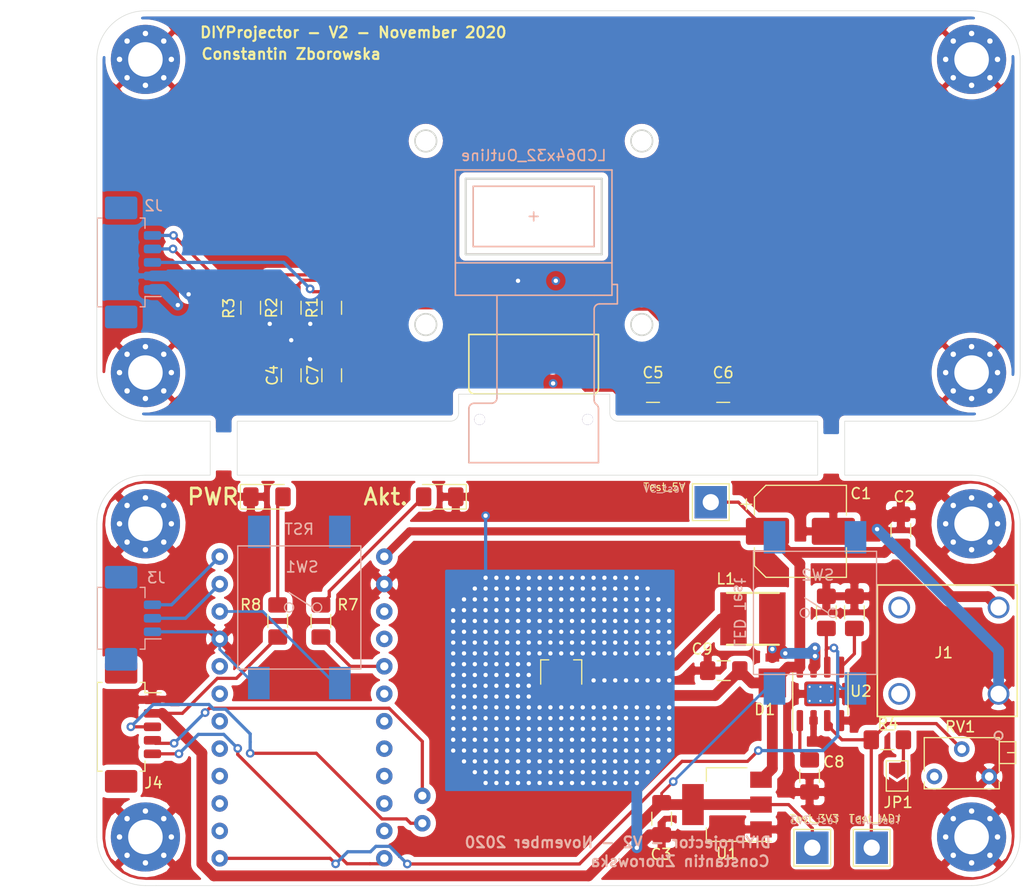
<source format=kicad_pcb>
(kicad_pcb (version 20171130) (host pcbnew "(5.1.2)-2")
  (layers (0 F.Cu signal) (31 B.Cu signal) (34 B.Paste user) (35 F.Paste user) (36 B.SilkS user) (37 F.SilkS user) (38 B.Mask user) (39 F.Mask user) (44 Edge.Cuts user))
  (net 0 "")
  (net 1 +5V)
  (net 2 GND)
  (net 3 +3V3)
  (net 4 "Net-(C5-Pad2)")
  (net 5 "Net-(C5-Pad1)")
  (net 6 "Net-(C6-Pad1)")
  (net 7 "Net-(C6-Pad2)")
  (net 8 "Net-(C8-Pad2)")
  (net 9 "Net-(D1-Pad2)")
  (net 10 "Net-(D2-Pad1)")
  (net 11 "Net-(IC1-Pad32)")
  (net 12 "Net-(IC1-Pad35)")
  (net 13 "Net-(IC1-Pad17)")
  (net 14 "Net-(IC1-Pad16)")
  (net 15 "Net-(IC1-Pad15)")
  (net 16 "Net-(IC1-Pad14)")
  (net 17 "Net-(IC1-Pad13)")
  (net 18 "Net-(IC1-Pad12)")
  (net 19 "Net-(IC1-Pad11)")
  (net 20 "Net-(IC1-Pad10)")
  (net 21 "Net-(IC1-Pad1)")
  (net 22 "Net-(IC1-Pad0)")
  (net 23 "Net-(IC1-Pad33)")
  (net 24 "Net-(IC1-Pad2)")
  (net 25 "Net-(IC1-Pad3)")
  (net 26 "Net-(IC1-Pad4)")
  (net 27 "Net-(IC1-Pad5)")
  (net 28 "Net-(IC1-Pad6)")
  (net 29 "Net-(IC1-Pad7)")
  (net 30 "Net-(IC1-Pad8)")
  (net 31 LED_PWM)
  (net 32 "Net-(IC1-Pad19)")
  (net 33 "Net-(IC1-Pad18)")
  (net 34 "Net-(J2-Pad3)")
  (net 35 "Net-(J2-Pad4)")
  (net 36 "Net-(J2-Pad5)")
  (net 37 "Net-(JP1-Pad1)")
  (net 38 "Net-(R4-Pad1)")
  (net 39 "Net-(R5-Pad1)")
  (net 40 "Net-(RV1-Pad1)")
  (net 41 "Net-(U3-Pad14)")
  (net 42 "Net-(U3-Pad13)")
  (net 43 "Net-(U3-Pad12)")
  (net 44 "Net-(U3-Pad6)")
  (net 45 "Net-(U3-Pad5)")
  (net 46 "Net-(D3-Pad2)")
  (net 47 "Net-(D4-Pad2)")
  (module AmbroAnalogFootprints:LCD64x32 (layer F.Cu) (at 68.74 111.45 180)
    (fp_text reference U3)
    (fp_text value LCD64x32)
    (pad 1 smd oval (at -4.51 6.255 180) (size 0.4 5) (layers F.Cu F.Paste F.Mask) (net 4 "Net-(C5-Pad2)"))
    (pad 2 smd oval (at -3.81 6.255 180) (size 0.4 5) (layers F.Cu F.Paste F.Mask) (net 5 "Net-(C5-Pad1)"))
    (pad 3 smd oval (at -3.11 6.255 180) (size 0.4 5) (layers F.Cu F.Paste F.Mask) (net 6 "Net-(C6-Pad1)"))
    (pad 4 smd oval (at -2.41 6.255 180) (size 0.4 5) (layers F.Cu F.Paste F.Mask) (net 7 "Net-(C6-Pad2)"))
    (pad 5 smd oval (at -1.71 6.255 180) (size 0.4 5) (layers F.Cu F.Paste F.Mask) (net 45 "Net-(U3-Pad5)"))
    (pad 6 smd oval (at -1.01 6.255 180) (size 0.4 5) (layers F.Cu F.Paste F.Mask) (net 44 "Net-(U3-Pad6)"))
    (pad 7 smd oval (at -0.31 6.255 180) (size 0.4 5) (layers F.Cu F.Paste F.Mask) (net 2 GND))
    (pad 8 smd oval (at 0.39 6.255 180) (size 0.4 5) (layers F.Cu F.Paste F.Mask) (net 3 +3V3))
    (pad 9 smd oval (at 1.09 6.255 180) (size 0.4 5) (layers F.Cu F.Paste F.Mask) (net 36 "Net-(J2-Pad5)"))
    (pad 10 smd oval (at 1.79 6.255 180) (size 0.4 5) (layers F.Cu F.Paste F.Mask) (net 35 "Net-(J2-Pad4)"))
    (pad 11 smd oval (at 2.49 6.255) (size 0.4 5) (layers F.Cu F.Paste F.Mask) (net 34 "Net-(J2-Pad3)"))
    (pad 12 smd oval (at 3.19 6.255 180) (size 0.4 5) (layers F.Cu F.Paste F.Mask) (net 43 "Net-(U3-Pad12)"))
    (pad 13 smd oval (at 3.89 6.255 180) (size 0.4 5) (layers F.Cu F.Paste F.Mask) (net 42 "Net-(U3-Pad13)"))
    (pad 14 smd oval (at 4.59 6.255 180) (size 0.4 5) (layers F.Cu F.Paste F.Mask) (net 41 "Net-(U3-Pad14)"))
  )
  (module AmbroAnalogFootprints:Arduino_ProMini (layer F.Cu) (at 47.25 122.5)
    (fp_text reference IC1)
    (fp_text value ArduinoProMini)
    (pad 18 thru_hole circle (at 11.14 27.23) (size 1.524 1.524) (drill 0.762) (layers *.Cu *.Mask) (net 33 "Net-(IC1-Pad18)"))
    (pad 19 thru_hole circle (at 11.14 24.69) (size 1.524 1.524) (drill 0.762) (layers *.Cu *.Mask) (net 32 "Net-(IC1-Pad19)"))
    (pad 9 thru_hole circle (at -7.62 30.48) (size 1.524 1.524) (drill 0.762) (layers *.Cu *.Mask) (net 31 LED_PWM))
    (pad 8 thru_hole circle (at -7.62 27.94) (size 1.524 1.524) (drill 0.762) (layers *.Cu *.Mask) (net 30 "Net-(IC1-Pad8)"))
    (pad 7 thru_hole circle (at -7.62 25.4) (size 1.524 1.524) (drill 0.762) (layers *.Cu *.Mask) (net 29 "Net-(IC1-Pad7)"))
    (pad 6 thru_hole circle (at -7.62 22.86) (size 1.524 1.524) (drill 0.762) (layers *.Cu *.Mask) (net 28 "Net-(IC1-Pad6)"))
    (pad 5 thru_hole circle (at -7.62 20.32) (size 1.524 1.524) (drill 0.762) (layers *.Cu *.Mask) (net 27 "Net-(IC1-Pad5)"))
    (pad 4 thru_hole circle (at -7.62 17.78) (size 1.524 1.524) (drill 0.762) (layers *.Cu *.Mask) (net 26 "Net-(IC1-Pad4)"))
    (pad 3 thru_hole circle (at -7.62 15.24) (size 1.524 1.524) (drill 0.762) (layers *.Cu *.Mask) (net 25 "Net-(IC1-Pad3)"))
    (pad 2 thru_hole circle (at -7.62 12.7) (size 1.524 1.524) (drill 0.762) (layers *.Cu *.Mask) (net 24 "Net-(IC1-Pad2)"))
    (pad 31 thru_hole circle (at -7.62 10.16) (size 1.524 1.524) (drill 0.762) (layers *.Cu *.Mask) (net 2 GND))
    (pad 33 thru_hole circle (at -7.62 7.62) (size 1.524 1.524) (drill 0.762) (layers *.Cu *.Mask) (net 23 "Net-(IC1-Pad33)"))
    (pad 0 thru_hole circle (at -7.62 5.08) (size 1.524 1.524) (drill 0.762) (layers *.Cu *.Mask) (net 22 "Net-(IC1-Pad0)"))
    (pad 1 thru_hole circle (at -7.62 2.54) (size 1.524 1.524) (drill 0.762) (layers *.Cu *.Mask) (net 21 "Net-(IC1-Pad1)"))
    (pad 10 thru_hole circle (at 7.62 30.48) (size 1.524 1.524) (drill 0.762) (layers *.Cu *.Mask) (net 20 "Net-(IC1-Pad10)"))
    (pad 11 thru_hole circle (at 7.62 27.94) (size 1.524 1.524) (drill 0.762) (layers *.Cu *.Mask) (net 19 "Net-(IC1-Pad11)"))
    (pad 12 thru_hole circle (at 7.62 25.4) (size 1.524 1.524) (drill 0.762) (layers *.Cu *.Mask) (net 18 "Net-(IC1-Pad12)"))
    (pad 13 thru_hole circle (at 7.62 22.86) (size 1.524 1.524) (drill 0.762) (layers *.Cu *.Mask) (net 17 "Net-(IC1-Pad13)"))
    (pad 14 thru_hole circle (at 7.62 20.32) (size 1.524 1.524) (drill 0.762) (layers *.Cu *.Mask) (net 16 "Net-(IC1-Pad14)"))
    (pad 15 thru_hole circle (at 7.62 17.78) (size 1.524 1.524) (drill 0.762) (layers *.Cu *.Mask) (net 15 "Net-(IC1-Pad15)"))
    (pad 16 thru_hole circle (at 7.62 15.24) (size 1.524 1.524) (drill 0.762) (layers *.Cu *.Mask) (net 14 "Net-(IC1-Pad16)"))
    (pad 17 thru_hole circle (at 7.62 12.7) (size 1.524 1.524) (drill 0.762) (layers *.Cu *.Mask) (net 13 "Net-(IC1-Pad17)"))
    (pad 35 thru_hole circle (at 7.62 10.16) (size 1.524 1.524) (drill 0.762) (layers *.Cu *.Mask) (net 12 "Net-(IC1-Pad35)"))
    (pad 32 thru_hole circle (at 7.62 7.62) (size 1.524 1.524) (drill 0.762) (layers *.Cu *.Mask) (net 11 "Net-(IC1-Pad32)"))
    (pad 30 thru_hole circle (at 7.62 5.08) (size 1.524 1.524) (drill 0.762) (layers *.Cu *.Mask) (net 2 GND))
    (pad 34 thru_hole circle (at 7.62 2.54) (size 1.524 1.524) (drill 0.762) (layers *.Cu *.Mask) (net 1 +5V))
  )
  (module AmbroAnalogFootprints:Schurter_1241.1600 (layer B.Cu) (at 50.75 129.75 90)
    (fp_text reference SW1 (at 3.75 -3.5 180) (layer B.SilkS) (effects (justify mirror)))
    (fp_text value "RST Button")
    (pad 4 smd trapezoid (at 7 -7.5 90) (size 3 2) (layers B.Cu B.Paste B.Mask))
    (pad 3 smd trapezoid (at 7 0 90) (size 3 2) (layers B.Cu B.Paste B.Mask))
    (pad 2 smd trapezoid (at -7 -7.5 90) (size 3 2) (layers B.Cu B.Paste B.Mask) (net 2 GND))
    (pad 1 smd trapezoid (at -7 0 90) (size 3 2) (layers B.Cu B.Paste B.Mask) (net 23 "Net-(IC1-Pad33)"))
  )
  (module AmbroAnalogFootprints:Schurter_1241.1600 (layer B.Cu) (at 98.5 130.25 90)
    (fp_text reference SW2 (at 3.5 -3.5 180) (layer B.SilkS) (effects (justify mirror)))
    (fp_text value "LED_Test Button")
    (pad 4 smd trapezoid (at 7 -7.5 90) (size 3 2) (layers B.Cu B.Paste B.Mask))
    (pad 3 smd trapezoid (at 7 0 90) (size 3 2) (layers B.Cu B.Paste B.Mask))
    (pad 2 smd trapezoid (at -7 -7.5 90) (size 3 2) (layers B.Cu B.Paste B.Mask) (net 3 +3V3))
    (pad 1 smd trapezoid (at -7 0 90) (size 3 2) (layers B.Cu B.Paste B.Mask) (net 31 LED_PWM))
  )
  (module AmbroAnalogFootprints:LCD64x32_Outline (layer B.Cu) (at 68.7 88.4 180)
    (fp_text reference REF**)
    (fp_text value LCD64x32_Outline (at 0 0.5) (layer B.SilkS) (effects (justify mirror)))
    (pad 15 thru_hole circle (at -5 -23.94 180) (size 1 1) (drill 1) (layers *.Cu *.Mask))
    (pad 16 thru_hole circle (at 5 -23.94 180) (size 1 1) (drill 1) (layers *.Cu *.Mask))
  )
  (module AmbroAnalogFootprints:Wago_2060-1872_1x02 (layer F.Cu) (at 111.75 137.75 90)
    (fp_text reference J1 (at 3.81 -5.08 180) (layer F.SilkS))
    (fp_text value Screw_Terminal_01x02)
    (pad 4 thru_hole circle (at 7.999999 -9.200002 90) (size 2.0066 2.0066) (drill 1.4986) (layers *.Cu *.Mask))
    (pad 3 thru_hole circle (at 0 -9.200002 90) (size 2.0066 2.0066) (drill 1.4986) (layers *.Cu *.Mask))
    (pad 2 thru_hole circle (at 7.999999 0 90) (size 2.0066 2.0066) (drill 1.4986) (layers *.Cu *.Mask) (net 1 +5V))
    (pad 1 thru_hole circle (at 0 0 90) (size 2.0066 2.0066) (drill 1.4986) (layers *.Cu *.Mask) (net 2 GND))
  )
  (module AmbroAnalogFootprints:DO-220AA (layer F.Cu) (at 90.8 135.4 90)
    (fp_text reference D1 (at -3.8 -0.7 180) (layer F.SilkS))
    (fp_text value Schottky)
    (pad 2 smd rect (at 1.016 0 90) (size 0.762 1.27) (layers F.Cu F.Paste F.Mask) (net 9 "Net-(D1-Pad2)"))
    (pad 1 smd rect (at -1.335 0 90) (size 2.67 2.54) (layers F.Cu F.Paste F.Mask) (net 1 +5V))
  )
  (module Package_SO:SOIC-8-1EP_3.9x4.9mm_P1.27mm_EP2.29x3mm_ThermalVias (layer F.Cu) (at 95.25 137.75 90)
    (fp_text reference U2 (at 0.25 3.75 180) (layer F.SilkS))
    (fp_text value LM3414)
    (pad 8 smd roundrect (at 2.475 -1.905 90) (size 1.95 0.6) (layers F.Cu F.Paste F.Mask) (net 1 +5V))
    (pad 7 smd roundrect (at 2.475 -0.635 90) (size 1.95 0.6) (layers F.Cu F.Paste F.Mask) (net 9 "Net-(D1-Pad2)"))
    (pad 6 smd roundrect (at 2.475 0.635 90) (size 1.95 0.6) (layers F.Cu F.Paste F.Mask) (net 31 LED_PWM))
    (pad 5 smd roundrect (at 2.475 1.905 90) (size 1.95 0.6) (layers F.Cu F.Paste F.Mask) (net 39 "Net-(R5-Pad1)"))
    (pad 4 smd roundrect (at -2.475 1.905 90) (size 1.95 0.6) (layers F.Cu F.Paste F.Mask) (net 2 GND))
    (pad 3 smd roundrect (at -2.475 0.635 90) (size 1.95 0.6) (layers F.Cu F.Paste F.Mask) (net 38 "Net-(R4-Pad1)"))
    (pad 2 smd roundrect (at -2.475 -0.635 90) (size 1.95 0.6) (layers F.Cu F.Paste F.Mask) (net 2 GND))
    (pad 1 smd roundrect (at -2.475 -1.905 90) (size 1.95 0.6) (layers F.Cu F.Paste F.Mask) (net 8 "Net-(C8-Pad2)"))
    (pad 9 smd roundrect (at 0 0 90) (size 1.8 2.5) (layers B.Cu) (roundrect_rratio 0.138889) (net 2 GND))
    (pad 9 thru_hole circle (at 0.65 1 90) (size 0.5 0.5) (drill 0.2) (layers *.Cu) (net 2 GND))
    (pad 9 thru_hole circle (at -0.65 1 90) (size 0.5 0.5) (drill 0.2) (layers *.Cu) (net 2 GND))
    (pad 9 thru_hole circle (at 0.65 0 90) (size 0.5 0.5) (drill 0.2) (layers *.Cu) (net 2 GND))
    (pad 9 thru_hole circle (at -0.65 0 90) (size 0.5 0.5) (drill 0.2) (layers *.Cu) (net 2 GND))
    (pad 9 thru_hole circle (at 0.65 -1 90) (size 0.5 0.5) (drill 0.2) (layers *.Cu) (net 2 GND))
    (pad 9 thru_hole circle (at -0.65 -1 90) (size 0.5 0.5) (drill 0.2) (layers *.Cu) (net 2 GND))
    (pad 9 smd roundrect (at 0 0 90) (size 2.29 3) (layers F.Cu F.Mask) (roundrect_rratio 0.10917) (net 2 GND))
  )
  (module MountingHole:MountingHole_3.2mm_M3_Pad_Via (layer F.Cu) (at 32.75 122)
    (fp_text reference H2)
    (fp_text value MountingHole_Pad)
    (pad 1 thru_hole circle (at 1.697056 -1.697056) (size 0.8 0.8) (drill 0.5) (layers *.Cu *.Mask) (net 2 GND))
    (pad 1 thru_hole circle (at 0 -2.4) (size 0.8 0.8) (drill 0.5) (layers *.Cu *.Mask) (net 2 GND))
    (pad 1 thru_hole circle (at -1.697056 -1.697056) (size 0.8 0.8) (drill 0.5) (layers *.Cu *.Mask) (net 2 GND))
    (pad 1 thru_hole circle (at -2.4 0) (size 0.8 0.8) (drill 0.5) (layers *.Cu *.Mask) (net 2 GND))
    (pad 1 thru_hole circle (at -1.697056 1.697056) (size 0.8 0.8) (drill 0.5) (layers *.Cu *.Mask) (net 2 GND))
    (pad 1 thru_hole circle (at 0 2.4) (size 0.8 0.8) (drill 0.5) (layers *.Cu *.Mask) (net 2 GND))
    (pad 1 thru_hole circle (at 1.697056 1.697056) (size 0.8 0.8) (drill 0.5) (layers *.Cu *.Mask) (net 2 GND))
    (pad 1 thru_hole circle (at 2.4 0) (size 0.8 0.8) (drill 0.5) (layers *.Cu *.Mask) (net 2 GND))
    (pad 1 thru_hole circle (at 0 0) (size 6.4 6.4) (drill 3.2) (layers *.Cu *.Mask) (net 2 GND))
  )
  (module MountingHole:MountingHole_3.2mm_M3_Pad_Via (layer F.Cu) (at 109.25 122)
    (fp_text reference H4)
    (fp_text value MountingHole_Pad)
    (pad 1 thru_hole circle (at 1.697056 -1.697056) (size 0.8 0.8) (drill 0.5) (layers *.Cu *.Mask) (net 2 GND))
    (pad 1 thru_hole circle (at 0 -2.4) (size 0.8 0.8) (drill 0.5) (layers *.Cu *.Mask) (net 2 GND))
    (pad 1 thru_hole circle (at -1.697056 -1.697056) (size 0.8 0.8) (drill 0.5) (layers *.Cu *.Mask) (net 2 GND))
    (pad 1 thru_hole circle (at -2.4 0) (size 0.8 0.8) (drill 0.5) (layers *.Cu *.Mask) (net 2 GND))
    (pad 1 thru_hole circle (at -1.697056 1.697056) (size 0.8 0.8) (drill 0.5) (layers *.Cu *.Mask) (net 2 GND))
    (pad 1 thru_hole circle (at 0 2.4) (size 0.8 0.8) (drill 0.5) (layers *.Cu *.Mask) (net 2 GND))
    (pad 1 thru_hole circle (at 1.697056 1.697056) (size 0.8 0.8) (drill 0.5) (layers *.Cu *.Mask) (net 2 GND))
    (pad 1 thru_hole circle (at 2.4 0) (size 0.8 0.8) (drill 0.5) (layers *.Cu *.Mask) (net 2 GND))
    (pad 1 thru_hole circle (at 0 0) (size 6.4 6.4) (drill 3.2) (layers *.Cu *.Mask) (net 2 GND))
  )
  (module MountingHole:MountingHole_3.2mm_M3_Pad_Via (layer F.Cu) (at 109.25 151)
    (fp_text reference H3)
    (fp_text value MountingHole_Pad)
    (pad 1 thru_hole circle (at 1.697056 -1.697056) (size 0.8 0.8) (drill 0.5) (layers *.Cu *.Mask) (net 2 GND))
    (pad 1 thru_hole circle (at 0 -2.4) (size 0.8 0.8) (drill 0.5) (layers *.Cu *.Mask) (net 2 GND))
    (pad 1 thru_hole circle (at -1.697056 -1.697056) (size 0.8 0.8) (drill 0.5) (layers *.Cu *.Mask) (net 2 GND))
    (pad 1 thru_hole circle (at -2.4 0) (size 0.8 0.8) (drill 0.5) (layers *.Cu *.Mask) (net 2 GND))
    (pad 1 thru_hole circle (at -1.697056 1.697056) (size 0.8 0.8) (drill 0.5) (layers *.Cu *.Mask) (net 2 GND))
    (pad 1 thru_hole circle (at 0 2.4) (size 0.8 0.8) (drill 0.5) (layers *.Cu *.Mask) (net 2 GND))
    (pad 1 thru_hole circle (at 1.697056 1.697056) (size 0.8 0.8) (drill 0.5) (layers *.Cu *.Mask) (net 2 GND))
    (pad 1 thru_hole circle (at 2.4 0) (size 0.8 0.8) (drill 0.5) (layers *.Cu *.Mask) (net 2 GND))
    (pad 1 thru_hole circle (at 0 0) (size 6.4 6.4) (drill 3.2) (layers *.Cu *.Mask) (net 2 GND))
  )
  (module MountingHole:MountingHole_3.2mm_M3_Pad_Via (layer F.Cu) (at 32.75 151)
    (fp_text reference H1)
    (fp_text value MountingHole_Pad)
    (pad 1 thru_hole circle (at 1.697056 -1.697056) (size 0.8 0.8) (drill 0.5) (layers *.Cu *.Mask) (net 2 GND))
    (pad 1 thru_hole circle (at 0 -2.4) (size 0.8 0.8) (drill 0.5) (layers *.Cu *.Mask) (net 2 GND))
    (pad 1 thru_hole circle (at -1.697056 -1.697056) (size 0.8 0.8) (drill 0.5) (layers *.Cu *.Mask) (net 2 GND))
    (pad 1 thru_hole circle (at -2.4 0) (size 0.8 0.8) (drill 0.5) (layers *.Cu *.Mask) (net 2 GND))
    (pad 1 thru_hole circle (at -1.697056 1.697056) (size 0.8 0.8) (drill 0.5) (layers *.Cu *.Mask) (net 2 GND))
    (pad 1 thru_hole circle (at 0 2.4) (size 0.8 0.8) (drill 0.5) (layers *.Cu *.Mask) (net 2 GND))
    (pad 1 thru_hole circle (at 1.697056 1.697056) (size 0.8 0.8) (drill 0.5) (layers *.Cu *.Mask) (net 2 GND))
    (pad 1 thru_hole circle (at 2.4 0) (size 0.8 0.8) (drill 0.5) (layers *.Cu *.Mask) (net 2 GND))
    (pad 1 thru_hole circle (at 0 0) (size 6.4 6.4) (drill 3.2) (layers *.Cu *.Mask) (net 2 GND))
  )
  (module Capacitor_SMD:CP_Elec_8x6.7 (layer F.Cu) (at 93.4 122.7)
    (fp_text reference C1 (at 5.6 -3.5) (layer F.SilkS))
    (fp_text value 150u)
    (pad 1 smd roundrect (at -3.05 0) (size 4 2.5) (layers F.Cu F.Paste F.Mask) (roundrect_rratio 0.1) (net 1 +5V))
    (pad 2 smd roundrect (at 3.05 0) (size 4 2.5) (layers F.Cu F.Paste F.Mask) (roundrect_rratio 0.1) (net 2 GND))
  )
  (module Capacitor_SMD:C_1206_3216Metric_Pad1.42x1.75mm_HandSolder (layer F.Cu) (at 102.7 122.6 90)
    (fp_text reference C2 (at 3.1 0.3 180) (layer F.SilkS))
    (fp_text value 10u)
    (pad 2 smd roundrect (at 1.4875 0 90) (size 1.425 1.75) (layers F.Cu F.Paste F.Mask) (roundrect_rratio 0.175439) (net 2 GND))
    (pad 1 smd roundrect (at -1.4875 0 90) (size 1.425 1.75) (layers F.Cu F.Paste F.Mask) (roundrect_rratio 0.175439) (net 1 +5V))
  )
  (module Capacitor_SMD:C_1206_3216Metric_Pad1.42x1.75mm_HandSolder (layer F.Cu) (at 80.55 149.3125 270)
    (fp_text reference C3 (at 3.2875 0.05) (layer F.SilkS))
    (fp_text value 10u)
    (pad 1 smd roundrect (at -1.4875 0 270) (size 1.425 1.75) (layers F.Cu F.Paste F.Mask) (roundrect_rratio 0.175439) (net 3 +3V3))
    (pad 2 smd roundrect (at 1.4875 0 270) (size 1.425 1.75) (layers F.Cu F.Paste F.Mask) (roundrect_rratio 0.175439) (net 2 GND))
  )
  (module Capacitor_SMD:C_1206_3216Metric_Pad1.42x1.75mm_HandSolder (layer F.Cu) (at 46.25 108.25 270)
    (fp_text reference C4 (at 0 1.75 90) (layer F.SilkS))
    (fp_text value 100n)
    (pad 2 smd roundrect (at 1.4875 0 270) (size 1.425 1.75) (layers F.Cu F.Paste F.Mask) (roundrect_rratio 0.175439) (net 2 GND))
    (pad 1 smd roundrect (at -1.4875 0 270) (size 1.425 1.75) (layers F.Cu F.Paste F.Mask) (roundrect_rratio 0.175439) (net 3 +3V3))
  )
  (module Capacitor_SMD:C_1206_3216Metric_Pad1.42x1.75mm_HandSolder (layer F.Cu) (at 79.75 109.85)
    (fp_text reference C5 (at 0 -1.85) (layer F.SilkS))
    (fp_text value 1u)
    (pad 2 smd roundrect (at 1.4875 0) (size 1.425 1.75) (layers F.Cu F.Paste F.Mask) (roundrect_rratio 0.175439) (net 4 "Net-(C5-Pad2)"))
    (pad 1 smd roundrect (at -1.4875 0) (size 1.425 1.75) (layers F.Cu F.Paste F.Mask) (roundrect_rratio 0.175439) (net 5 "Net-(C5-Pad1)"))
  )
  (module Capacitor_SMD:C_1206_3216Metric_Pad1.42x1.75mm_HandSolder (layer F.Cu) (at 86.25 109.85 180)
    (fp_text reference C6 (at 0 1.85) (layer F.SilkS))
    (fp_text value 1u)
    (pad 1 smd roundrect (at -1.4875 0 180) (size 1.425 1.75) (layers F.Cu F.Paste F.Mask) (roundrect_rratio 0.175439) (net 6 "Net-(C6-Pad1)"))
    (pad 2 smd roundrect (at 1.4875 0 180) (size 1.425 1.75) (layers F.Cu F.Paste F.Mask) (roundrect_rratio 0.175439) (net 7 "Net-(C6-Pad2)"))
  )
  (module Capacitor_SMD:C_1206_3216Metric_Pad1.42x1.75mm_HandSolder (layer F.Cu) (at 50 108.25 270)
    (fp_text reference C7 (at 0 1.75 90) (layer F.SilkS))
    (fp_text value 1u)
    (pad 2 smd roundrect (at 1.4875 0 270) (size 1.425 1.75) (layers F.Cu F.Paste F.Mask) (roundrect_rratio 0.175439) (net 2 GND))
    (pad 1 smd roundrect (at -1.4875 0 270) (size 1.425 1.75) (layers F.Cu F.Paste F.Mask) (roundrect_rratio 0.175439) (net 3 +3V3))
  )
  (module Capacitor_SMD:C_1206_3216Metric_Pad1.42x1.75mm_HandSolder (layer F.Cu) (at 94.25 145.35 90)
    (fp_text reference C8 (at 1.3 2.25 180) (layer F.SilkS))
    (fp_text value 1u)
    (pad 1 smd roundrect (at -1.4875 0 90) (size 1.425 1.75) (layers F.Cu F.Paste F.Mask) (roundrect_rratio 0.175439) (net 2 GND))
    (pad 2 smd roundrect (at 1.4875 0 90) (size 1.425 1.75) (layers F.Cu F.Paste F.Mask) (roundrect_rratio 0.175439) (net 8 "Net-(C8-Pad2)"))
  )
  (module Capacitor_SMD:C_1206_3216Metric_Pad1.42x1.75mm_HandSolder (layer F.Cu) (at 86.3 135.6)
    (fp_text reference C9 (at -2 -2) (layer F.SilkS))
    (fp_text value 2,2u)
    (pad 1 smd roundrect (at -1.4875 0) (size 1.425 1.75) (layers F.Cu F.Paste F.Mask) (roundrect_rratio 0.175439) (net 2 GND))
    (pad 2 smd roundrect (at 1.4875 0) (size 1.425 1.75) (layers F.Cu F.Paste F.Mask) (roundrect_rratio 0.175439) (net 1 +5V))
  )
  (module LED_SMD:LED_Cree-XP (layer F.Cu) (at 71.25 136.5 270)
    (fp_text reference D2)
    (fp_text value CREE_XPE)
    (pad 2 smd rect (at 1.4 0 270) (size 0.5 3.3) (layers F.Cu F.Paste F.Mask) (net 1 +5V))
    (pad 1 smd rect (at -1.4 0 270) (size 0.5 3.3) (layers F.Cu F.Paste F.Mask) (net 10 "Net-(D2-Pad1)"))
    (pad 3 smd rect (at 0 0 270) (size 1.3 3.3) (layers F.Cu F.Mask) (net 2 GND))
  )
  (module Connector_Molex:Molex_PicoBlade_53261-0571_1x05-1MP_P1.25mm_Horizontal (layer B.Cu) (at 31 97.8 90)
    (fp_text reference J2 (at 5.25 2.5 180) (layer B.SilkS) (effects (justify mirror)))
    (fp_text value Conn_01x05)
    (pad 1 smd roundrect (at -2.5 2.4 90) (size 0.8 1.6) (layers B.Cu B.Paste B.Mask) (net 2 GND))
    (pad 2 smd roundrect (at -1.25 2.4 90) (size 0.8 1.6) (layers B.Cu B.Paste B.Mask) (net 3 +3V3))
    (pad 3 smd roundrect (at 0 2.4 90) (size 0.8 1.6) (layers B.Cu B.Paste B.Mask) (net 34 "Net-(J2-Pad3)"))
    (pad 4 smd roundrect (at 1.25 2.4 90) (size 0.8 1.6) (layers B.Cu B.Paste B.Mask) (net 35 "Net-(J2-Pad4)"))
    (pad 5 smd roundrect (at 2.5 2.4 90) (size 0.8 1.6) (layers B.Cu B.Paste B.Mask) (net 36 "Net-(J2-Pad5)"))
    (pad MP smd roundrect (at -5.05 -0.5 90) (size 2.1 3) (layers B.Cu B.Paste B.Mask) (roundrect_rratio 0.119048))
    (pad MP smd roundrect (at 5.05 -0.5 90) (size 2.1 3) (layers B.Cu B.Paste B.Mask) (roundrect_rratio 0.119048))
  )
  (module Connector_Molex:Molex_PicoBlade_53261-0571_1x05-1MP_P1.25mm_Horizontal (layer F.Cu) (at 31 140.8 270)
    (fp_text reference J4 (at 5.2 -2.5 180) (layer F.SilkS))
    (fp_text value Conn_01x05)
    (pad MP smd roundrect (at 5.05 0.5 270) (size 2.1 3) (layers F.Cu F.Paste F.Mask) (roundrect_rratio 0.119048))
    (pad MP smd roundrect (at -5.05 0.5 270) (size 2.1 3) (layers F.Cu F.Paste F.Mask) (roundrect_rratio 0.119048))
    (pad 5 smd roundrect (at 2.5 -2.4 270) (size 0.8 1.6) (layers F.Cu F.Paste F.Mask) (net 20 "Net-(IC1-Pad10)"))
    (pad 4 smd roundrect (at 1.25 -2.4 270) (size 0.8 1.6) (layers F.Cu F.Paste F.Mask) (net 32 "Net-(IC1-Pad19)"))
    (pad 3 smd roundrect (at 0 -2.4 270) (size 0.8 1.6) (layers F.Cu F.Paste F.Mask) (net 33 "Net-(IC1-Pad18)"))
    (pad 2 smd roundrect (at -1.25 -2.4 270) (size 0.8 1.6) (layers F.Cu F.Paste F.Mask) (net 3 +3V3))
    (pad 1 smd roundrect (at -2.5 -2.4 270) (size 0.8 1.6) (layers F.Cu F.Paste F.Mask) (net 2 GND))
  )
  (module Jumper:SolderJumper-2_P1.3mm_Open_TrianglePad1.0x1.5mm (layer F.Cu) (at 102.35 145.35 270)
    (fp_text reference JP1 (at 2.45 -0.1 180) (layer F.SilkS))
    (fp_text value Jumper_NO)
    (pad 2 smd custom (at 0.725 0 270) (size 0.3 0.3) (layers F.Cu F.Mask) (net 2 GND) (options (clearance outline) (anchor rect)) (primitives (gr_poly (pts (xy -0.65 -0.75) (xy 0.5 -0.75) (xy 0.5 0.75) (xy -0.65 0.75) (xy -0.15 0)) (width 0))))
    (pad 1 smd custom (at -0.725 0 270) (size 0.3 0.3) (layers F.Cu F.Mask) (net 37 "Net-(JP1-Pad1)") (options (clearance outline) (anchor rect)) (primitives (gr_poly (pts (xy -0.5 -0.75) (xy 0.5 -0.75) (xy 1 0) (xy 0.5 0.75) (xy -0.5 0.75)) (width 0))))
  )
  (module SamacSys_Parts:Wurth_WE-TPC_744043100 (layer F.Cu) (at 89 130.8 180)
    (fp_text reference L1 (at 2.5 3.7 180) (layer F.SilkS))
    (fp_text value 10uH/1A hide)
    (pad 1 smd rect (at -1.8 0 180) (size 2.45 4.9) (layers F.Cu F.Paste F.Mask) (net 9 "Net-(D1-Pad2)"))
    (pad 2 smd rect (at 1.8 0 180) (size 2.45 4.9) (layers F.Cu F.Paste F.Mask) (net 10 "Net-(D2-Pad1)"))
  )
  (module Resistor_SMD:R_1206_3216Metric_Pad1.42x1.75mm_HandSolder (layer F.Cu) (at 50 102 90)
    (fp_text reference R1 (at 0 -1.82 90) (layer F.SilkS))
    (fp_text value 2k2)
    (pad 2 smd roundrect (at 1.4875 0 90) (size 1.425 1.75) (layers F.Cu F.Paste F.Mask) (roundrect_rratio 0.175439) (net 34 "Net-(J2-Pad3)"))
    (pad 1 smd roundrect (at -1.4875 0 90) (size 1.425 1.75) (layers F.Cu F.Paste F.Mask) (roundrect_rratio 0.175439) (net 3 +3V3))
  )
  (module Resistor_SMD:R_1206_3216Metric_Pad1.42x1.75mm_HandSolder (layer F.Cu) (at 46.25 102 90)
    (fp_text reference R2 (at 0 -1.82 90) (layer F.SilkS))
    (fp_text value 2k2)
    (pad 1 smd roundrect (at -1.4875 0 90) (size 1.425 1.75) (layers F.Cu F.Paste F.Mask) (roundrect_rratio 0.175439) (net 3 +3V3))
    (pad 2 smd roundrect (at 1.4875 0 90) (size 1.425 1.75) (layers F.Cu F.Paste F.Mask) (roundrect_rratio 0.175439) (net 35 "Net-(J2-Pad4)"))
  )
  (module Resistor_SMD:R_1206_3216Metric_Pad1.42x1.75mm_HandSolder (layer F.Cu) (at 42.5 102 90)
    (fp_text reference R3 (at -0.05 -2.03 90) (layer F.SilkS))
    (fp_text value 10k)
    (pad 2 smd roundrect (at 1.4875 0 90) (size 1.425 1.75) (layers F.Cu F.Paste F.Mask) (roundrect_rratio 0.175439) (net 36 "Net-(J2-Pad5)"))
    (pad 1 smd roundrect (at -1.4875 0 90) (size 1.425 1.75) (layers F.Cu F.Paste F.Mask) (roundrect_rratio 0.175439) (net 3 +3V3))
  )
  (module Resistor_SMD:R_1206_3216Metric_Pad1.42x1.75mm_HandSolder (layer F.Cu) (at 101.45 142)
    (fp_text reference R4 (at 0.05 -1.5 -180) (layer F.SilkS))
    (fp_text value 4k7)
    (pad 1 smd roundrect (at -1.4875 0) (size 1.425 1.75) (layers F.Cu F.Paste F.Mask) (roundrect_rratio 0.175439) (net 38 "Net-(R4-Pad1)"))
    (pad 2 smd roundrect (at 1.4875 0) (size 1.425 1.75) (layers F.Cu F.Paste F.Mask) (roundrect_rratio 0.175439) (net 37 "Net-(JP1-Pad1)"))
  )
  (module Resistor_SMD:R_1206_3216Metric_Pad1.42x1.75mm_HandSolder (layer F.Cu) (at 98.4 130.2 90)
    (fp_text reference R5)
    (fp_text value 20k)
    (pad 2 smd roundrect (at 1.4875 0 90) (size 1.425 1.75) (layers F.Cu F.Paste F.Mask) (roundrect_rratio 0.175439) (net 2 GND))
    (pad 1 smd roundrect (at -1.4875 0 90) (size 1.425 1.75) (layers F.Cu F.Paste F.Mask) (roundrect_rratio 0.175439) (net 39 "Net-(R5-Pad1)"))
  )
  (module Resistor_SMD:R_1206_3216Metric_Pad1.42x1.75mm_HandSolder (layer F.Cu) (at 95.8 130.2 90)
    (fp_text reference R6)
    (fp_text value 10k)
    (pad 1 smd roundrect (at -1.4875 0 90) (size 1.425 1.75) (layers F.Cu F.Paste F.Mask) (roundrect_rratio 0.175439) (net 31 LED_PWM))
    (pad 2 smd roundrect (at 1.4875 0 90) (size 1.425 1.75) (layers F.Cu F.Paste F.Mask) (roundrect_rratio 0.175439) (net 2 GND))
  )
  (module Potentiometer_THT:Potentiometer_Bourns_3266X_Horizontal (layer F.Cu) (at 105.8 145.4 180)
    (fp_text reference RV1 (at -2.4 4.6) (layer F.SilkS))
    (fp_text value R_POT)
    (pad 1 thru_hole circle (at 0 0 180) (size 1.44 1.44) (drill 0.8) (layers *.Cu *.Mask) (net 40 "Net-(RV1-Pad1)"))
    (pad 2 thru_hole circle (at -2.54 2.54 180) (size 1.44 1.44) (drill 0.8) (layers *.Cu *.Mask) (net 38 "Net-(R4-Pad1)"))
    (pad 3 thru_hole circle (at -5.08 0 180) (size 1.44 1.44) (drill 0.8) (layers *.Cu *.Mask) (net 2 GND))
  )
  (module Package_TO_SOT_SMD:SOT-223-3_TabPin2 (layer F.Cu) (at 86.6 148 180)
    (fp_text reference U1 (at 0 -4.5) (layer F.SilkS))
    (fp_text value LD1117S33TR_SOT223)
    (pad 2 smd rect (at 3.15 0 180) (size 2 3.8) (layers F.Cu F.Paste F.Mask) (net 3 +3V3))
    (pad 2 smd rect (at -3.15 0 180) (size 2 1.5) (layers F.Cu F.Paste F.Mask) (net 3 +3V3))
    (pad 3 smd rect (at -3.15 2.3 180) (size 2 1.5) (layers F.Cu F.Paste F.Mask) (net 1 +5V))
    (pad 1 smd rect (at -3.15 -2.3 180) (size 2 1.5) (layers F.Cu F.Paste F.Mask) (net 2 GND))
  )
  (module LED_SMD:LED_1206_3216Metric_Pad1.42x1.75mm_HandSolder (layer F.Cu) (at 60 119.5 180)
    (fp_text reference D3)
    (fp_text value Gelb)
    (pad 1 smd roundrect (at -1.4875 0 180) (size 1.425 1.75) (layers F.Cu F.Paste F.Mask) (roundrect_rratio 0.175439) (net 2 GND))
    (pad 2 smd roundrect (at 1.4875 0 180) (size 1.425 1.75) (layers F.Cu F.Paste F.Mask) (roundrect_rratio 0.175439) (net 46 "Net-(D3-Pad2)"))
  )
  (module LED_SMD:LED_1206_3216Metric_Pad1.42x1.75mm_HandSolder (layer F.Cu) (at 44 119.5)
    (fp_text reference D4)
    (fp_text value Grün)
    (pad 2 smd roundrect (at 1.4875 0) (size 1.425 1.75) (layers F.Cu F.Paste F.Mask) (roundrect_rratio 0.175439) (net 47 "Net-(D4-Pad2)"))
    (pad 1 smd roundrect (at -1.4875 0) (size 1.425 1.75) (layers F.Cu F.Paste F.Mask) (roundrect_rratio 0.175439) (net 2 GND))
  )
  (module Resistor_SMD:R_1206_3216Metric_Pad1.42x1.75mm_HandSolder (layer F.Cu) (at 49 131 270)
    (fp_text reference R7 (at -1.5 -2.5 180) (layer F.SilkS))
    (fp_text value 68)
    (pad 1 smd roundrect (at -1.4875 0 270) (size 1.425 1.75) (layers F.Cu F.Paste F.Mask) (roundrect_rratio 0.175439) (net 46 "Net-(D3-Pad2)"))
    (pad 2 smd roundrect (at 1.4875 0 270) (size 1.425 1.75) (layers F.Cu F.Paste F.Mask) (roundrect_rratio 0.175439) (net 13 "Net-(IC1-Pad17)"))
  )
  (module Resistor_SMD:R_1206_3216Metric_Pad1.42x1.75mm_HandSolder (layer F.Cu) (at 45 131 270)
    (fp_text reference R8 (at -1.5 2.5 180) (layer F.SilkS))
    (fp_text value 68)
    (pad 2 smd roundrect (at 1.4875 0 270) (size 1.425 1.75) (layers F.Cu F.Paste F.Mask) (roundrect_rratio 0.175439) (net 3 +3V3))
    (pad 1 smd roundrect (at -1.4875 0 270) (size 1.425 1.75) (layers F.Cu F.Paste F.Mask) (roundrect_rratio 0.175439) (net 47 "Net-(D4-Pad2)"))
  )
  (module TestPoint:TestPoint_THTPad_3.0x3.0mm_Drill1.5mm (layer F.Cu) (at 100 152)
    (fp_text reference TP1)
    (fp_text value TestPointIADJ)
    (pad 1 thru_hole rect (at 0 0) (size 3 3) (drill 1.5) (layers *.Cu *.Mask) (net 38 "Net-(R4-Pad1)"))
  )
  (module TestPoint:TestPoint_THTPad_3.0x3.0mm_Drill1.5mm (layer F.Cu) (at 94.5 152)
    (fp_text reference TP2)
    (fp_text value TestPoint3V3)
    (pad 1 thru_hole rect (at 0 0) (size 3 3) (drill 1.5) (layers *.Cu *.Mask) (net 3 +3V3))
  )
  (module TestPoint:TestPoint_THTPad_3.0x3.0mm_Drill1.5mm (layer F.Cu) (at 85.1 120)
    (fp_text reference TP3)
    (fp_text value TestPoint5V)
    (pad 1 thru_hole rect (at 0 0) (size 3 3) (drill 1.5) (layers *.Cu *.Mask) (net 1 +5V))
  )
  (module MountingHole:MountingHole_3.2mm_M3_Pad_Via (layer F.Cu) (at 32.75 79)
    (fp_text reference H5)
    (fp_text value MountingHole_Pad)
    (pad 1 thru_hole circle (at 1.697056 -1.697056) (size 0.8 0.8) (drill 0.5) (layers *.Cu *.Mask) (net 2 GND))
    (pad 1 thru_hole circle (at 0 -2.4) (size 0.8 0.8) (drill 0.5) (layers *.Cu *.Mask) (net 2 GND))
    (pad 1 thru_hole circle (at -1.697056 -1.697056) (size 0.8 0.8) (drill 0.5) (layers *.Cu *.Mask) (net 2 GND))
    (pad 1 thru_hole circle (at -2.4 0) (size 0.8 0.8) (drill 0.5) (layers *.Cu *.Mask) (net 2 GND))
    (pad 1 thru_hole circle (at -1.697056 1.697056) (size 0.8 0.8) (drill 0.5) (layers *.Cu *.Mask) (net 2 GND))
    (pad 1 thru_hole circle (at 0 2.4) (size 0.8 0.8) (drill 0.5) (layers *.Cu *.Mask) (net 2 GND))
    (pad 1 thru_hole circle (at 1.697056 1.697056) (size 0.8 0.8) (drill 0.5) (layers *.Cu *.Mask) (net 2 GND))
    (pad 1 thru_hole circle (at 2.4 0) (size 0.8 0.8) (drill 0.5) (layers *.Cu *.Mask) (net 2 GND))
    (pad 1 thru_hole circle (at 0 0) (size 6.4 6.4) (drill 3.2) (layers *.Cu *.Mask) (net 2 GND))
  )
  (module MountingHole:MountingHole_3.2mm_M3_Pad_Via (layer F.Cu) (at 32.75 108)
    (fp_text reference H6)
    (fp_text value MountingHole_Pad)
    (pad 1 thru_hole circle (at 0 0) (size 6.4 6.4) (drill 3.2) (layers *.Cu *.Mask) (net 2 GND))
    (pad 1 thru_hole circle (at 2.4 0) (size 0.8 0.8) (drill 0.5) (layers *.Cu *.Mask) (net 2 GND))
    (pad 1 thru_hole circle (at 1.697056 1.697056) (size 0.8 0.8) (drill 0.5) (layers *.Cu *.Mask) (net 2 GND))
    (pad 1 thru_hole circle (at 0 2.4) (size 0.8 0.8) (drill 0.5) (layers *.Cu *.Mask) (net 2 GND))
    (pad 1 thru_hole circle (at -1.697056 1.697056) (size 0.8 0.8) (drill 0.5) (layers *.Cu *.Mask) (net 2 GND))
    (pad 1 thru_hole circle (at -2.4 0) (size 0.8 0.8) (drill 0.5) (layers *.Cu *.Mask) (net 2 GND))
    (pad 1 thru_hole circle (at -1.697056 -1.697056) (size 0.8 0.8) (drill 0.5) (layers *.Cu *.Mask) (net 2 GND))
    (pad 1 thru_hole circle (at 0 -2.4) (size 0.8 0.8) (drill 0.5) (layers *.Cu *.Mask) (net 2 GND))
    (pad 1 thru_hole circle (at 1.697056 -1.697056) (size 0.8 0.8) (drill 0.5) (layers *.Cu *.Mask) (net 2 GND))
  )
  (module MountingHole:MountingHole_3.2mm_M3_Pad_Via (layer F.Cu) (at 109.25 79)
    (fp_text reference H7)
    (fp_text value MountingHole_Pad)
    (pad 1 thru_hole circle (at 1.697056 -1.697056) (size 0.8 0.8) (drill 0.5) (layers *.Cu *.Mask) (net 2 GND))
    (pad 1 thru_hole circle (at 0 -2.4) (size 0.8 0.8) (drill 0.5) (layers *.Cu *.Mask) (net 2 GND))
    (pad 1 thru_hole circle (at -1.697056 -1.697056) (size 0.8 0.8) (drill 0.5) (layers *.Cu *.Mask) (net 2 GND))
    (pad 1 thru_hole circle (at -2.4 0) (size 0.8 0.8) (drill 0.5) (layers *.Cu *.Mask) (net 2 GND))
    (pad 1 thru_hole circle (at -1.697056 1.697056) (size 0.8 0.8) (drill 0.5) (layers *.Cu *.Mask) (net 2 GND))
    (pad 1 thru_hole circle (at 0 2.4) (size 0.8 0.8) (drill 0.5) (layers *.Cu *.Mask) (net 2 GND))
    (pad 1 thru_hole circle (at 1.697056 1.697056) (size 0.8 0.8) (drill 0.5) (layers *.Cu *.Mask) (net 2 GND))
    (pad 1 thru_hole circle (at 2.4 0) (size 0.8 0.8) (drill 0.5) (layers *.Cu *.Mask) (net 2 GND))
    (pad 1 thru_hole circle (at 0 0) (size 6.4 6.4) (drill 3.2) (layers *.Cu *.Mask) (net 2 GND))
  )
  (module MountingHole:MountingHole_3.2mm_M3_Pad_Via (layer F.Cu) (at 109.25 108)
    (fp_text reference H8)
    (fp_text value MountingHole_Pad)
    (pad 1 thru_hole circle (at 0 0) (size 6.4 6.4) (drill 3.2) (layers *.Cu *.Mask) (net 2 GND))
    (pad 1 thru_hole circle (at 2.4 0) (size 0.8 0.8) (drill 0.5) (layers *.Cu *.Mask) (net 2 GND))
    (pad 1 thru_hole circle (at 1.697056 1.697056) (size 0.8 0.8) (drill 0.5) (layers *.Cu *.Mask) (net 2 GND))
    (pad 1 thru_hole circle (at 0 2.4) (size 0.8 0.8) (drill 0.5) (layers *.Cu *.Mask) (net 2 GND))
    (pad 1 thru_hole circle (at -1.697056 1.697056) (size 0.8 0.8) (drill 0.5) (layers *.Cu *.Mask) (net 2 GND))
    (pad 1 thru_hole circle (at -2.4 0) (size 0.8 0.8) (drill 0.5) (layers *.Cu *.Mask) (net 2 GND))
    (pad 1 thru_hole circle (at -1.697056 -1.697056) (size 0.8 0.8) (drill 0.5) (layers *.Cu *.Mask) (net 2 GND))
    (pad 1 thru_hole circle (at 0 -2.4) (size 0.8 0.8) (drill 0.5) (layers *.Cu *.Mask) (net 2 GND))
    (pad 1 thru_hole circle (at 1.697056 -1.697056) (size 0.8 0.8) (drill 0.5) (layers *.Cu *.Mask) (net 2 GND))
  )
  (module Connector_Molex:Molex_PicoBlade_53261-0371_1x03-1MP_P1.25mm_Horizontal (layer B.Cu) (at 31 130.75 90)
    (fp_text reference J3 (at 3.75 2.75) (layer B.SilkS) (effects (justify mirror)))
    (fp_text value Conn_01x03)
    (pad 1 smd roundrect (at -1.25 2.4 90) (size 0.8 1.6) (layers B.Cu B.Paste B.Mask) (net 2 GND))
    (pad 2 smd roundrect (at 0 2.4 90) (size 0.8 1.6) (layers B.Cu B.Paste B.Mask) (net 22 "Net-(IC1-Pad0)"))
    (pad 3 smd roundrect (at 1.25 2.4 90) (size 0.8 1.6) (layers B.Cu B.Paste B.Mask) (net 21 "Net-(IC1-Pad1)"))
    (pad MP smd roundrect (at -3.8 -0.5 90) (size 2.1 3) (layers B.Cu B.Paste B.Mask) (roundrect_rratio 0.119048))
    (pad MP smd roundrect (at 3.8 -0.5 90) (size 2.1 3) (layers B.Cu B.Paste B.Mask) (roundrect_rratio 0.119048))
  )
  (gr_line (start 95 112.5) (end 76.5 112.5) (layer Edge.Cuts) (width 0.05))
  (gr_line (start 109.25 112.5) (end 97.5 112.5) (layer Edge.Cuts) (width 0.05))
  (gr_line (start 97.5 117.5) (end 109.25 117.5) (layer Edge.Cuts) (width 0.05))
  (gr_line (start 97.5 112.5) (end 97.5 117.5) (layer Edge.Cuts) (width 0.05))
  (gr_line (start 95 117.5) (end 95 112.5) (layer Edge.Cuts) (width 0.05))
  (gr_line (start 41.25 117.5) (end 95 117.5) (layer Edge.Cuts) (width 0.05))
  (gr_line (start 41.25 112.5) (end 41.25 117.5) (layer Edge.Cuts) (width 0.05))
  (gr_line (start 41.25 112.5) (end 61 112.5) (layer Edge.Cuts) (width 0.05))
  (gr_line (start 38.75 117.5) (end 32.75 117.5) (layer Edge.Cuts) (width 0.05))
  (gr_line (start 38.75 112.5) (end 38.75 117.5) (layer Edge.Cuts) (width 0.05))
  (gr_line (start 32.75 112.5) (end 38.75 112.5) (layer Edge.Cuts) (width 0.05))
  (gr_text "DIYProjector - V2 - November 2020" (at 76.5 151.5) (layer B.SilkS) (effects (font (size 1 1) (thickness 0.2)) (justify mirror)))
  (gr_text "Constantin Zborowska" (at 82.25 153.25) (layer B.SilkS) (effects (font (size 1 1) (thickness 0.2)) (justify mirror)))
  (gr_text "Constantin Zborowska" (at 46.25 78.5) (layer F.SilkS) (effects (font (size 1 1) (thickness 0.2))))
  (gr_text "DIYProjector - V2 - November 2020" (at 52 76.5) (layer F.SilkS) (effects (font (size 1 1) (thickness 0.2))))
  (gr_arc (start 76.5 111.75) (end 75.75 111.75) (angle -90) (layer Edge.Cuts) (width 0.05))
  (gr_arc (start 61 111.75) (end 61 112.5) (angle -90) (layer Edge.Cuts) (width 0.05))
  (gr_text "LED Test" (at 87.75 130.25 270) (layer B.SilkS) (effects (font (size 1 1)) (justify mirror)))
  (gr_text RST (at 47 122.5) (layer B.SilkS) (effects (font (size 1 1)) (justify mirror)))
  (gr_line (start 61.75 110) (end 61.75 111.75) (layer Edge.Cuts) (width 0.05))
  (gr_line (start 75.75 110) (end 61.75 110) (layer Edge.Cuts) (width 0.05))
  (gr_line (start 75.75 111.75) (end 75.75 110) (layer Edge.Cuts) (width 0.05))
  (gr_line (start 75.01 90.05) (end 75.01 97.05) (layer Edge.Cuts) (width 0.2))
  (gr_line (start 62.41 90.05) (end 75.01 90.05) (layer Edge.Cuts) (width 0.2))
  (gr_line (start 62.41 97.05) (end 62.41 90.05) (layer Edge.Cuts) (width 0.2))
  (gr_line (start 75.01 97.05) (end 62.41 97.05) (layer Edge.Cuts) (width 0.2))
  (gr_circle (center 58.71 86.55) (end 57.71 86.55) (layer Edge.Cuts) (width 0.15))
  (gr_circle (center 58.71 103.55) (end 57.71 103.55) (layer Edge.Cuts) (width 0.15))
  (gr_circle (center 78.71 103.55) (end 77.71 103.55) (layer Edge.Cuts) (width 0.15))
  (gr_circle (center 78.71 86.55) (end 77.71 86.55) (layer Edge.Cuts) (width 0.15))
  (gr_line (start 28.25 79) (end 28.25 108) (layer Edge.Cuts) (width 0.05))
  (gr_line (start 109.25 74.5) (end 32.75 74.5) (layer Edge.Cuts) (width 0.05))
  (gr_line (start 113.75 79) (end 113.75 108) (layer Edge.Cuts) (width 0.05))
  (gr_arc (start 109.25 108) (end 109.25 112.5) (angle -90) (layer Edge.Cuts) (width 0.05))
  (gr_arc (start 32.75 79) (end 32.75 74.5) (angle -90) (layer Edge.Cuts) (width 0.05))
  (gr_arc (start 32.75 108) (end 28.25 108) (angle -90) (layer Edge.Cuts) (width 0.05))
  (gr_arc (start 109.25 79) (end 113.75 79) (angle -90) (layer Edge.Cuts) (width 0.05))
  (gr_text Test_IADJ (at 100.3 149.45) (layer B.SilkS) (effects (font (size 0.7 0.7) (thickness 0.1)) (justify mirror)))
  (gr_text Test_3V3 (at 94.7 149.45) (layer B.SilkS) (effects (font (size 0.7 0.7) (thickness 0.1)) (justify mirror)))
  (gr_text Test_5V (at 80.8 118.75) (layer B.SilkS) (effects (font (size 0.7 0.7) (thickness 0.1)) (justify mirror)))
  (gr_text Test_5V (at 80.8 118.6) (layer F.SilkS) (effects (font (size 0.7 0.7) (thickness 0.1))))
  (gr_text Test_3V3 (at 94.7 149.3) (layer F.SilkS) (effects (font (size 0.7 0.7) (thickness 0.1))))
  (gr_text Test_IADJ (at 100.3 149.3) (layer F.SilkS) (effects (font (size 0.7 0.7) (thickness 0.1))))
  (gr_text PWR (at 39 119.5) (layer F.SilkS) (effects (font (size 1.5 1.5) (thickness 0.25))))
  (gr_text Akt. (at 55 119.5) (layer F.SilkS) (effects (font (size 1.5 1.5) (thickness 0.25))))
  (gr_line (start 33.75 155.5) (end 109.25 155.5) (layer Edge.Cuts) (width 0.05))
  (gr_arc (start 109.25 122) (end 113.75 122) (angle -90) (layer Edge.Cuts) (width 0.05))
  (gr_arc (start 109.25 151) (end 109.25 155.5) (angle -90) (layer Edge.Cuts) (width 0.05))
  (gr_line (start 113.75 122) (end 113.75 151) (layer Edge.Cuts) (width 0.05))
  (gr_arc (start 32.75 151) (end 28.25 151) (angle -90) (layer Edge.Cuts) (width 0.05))
  (gr_line (start 33.75 155.5) (end 32.75 155.5) (layer Edge.Cuts) (width 0.05))
  (gr_arc (start 32.75 122) (end 32.75 117.5) (angle -90) (layer Edge.Cuts) (width 0.05))
  (gr_line (start 28.25 122) (end 28.25 151) (layer Edge.Cuts) (width 0.05))
  (segment (start 87.65 120) (end 85.1 120) (width 0.3) (layer F.Cu) (net 1))
  (segment (start 90.35 122.7) (end 87.65 120) (width 0.3) (layer F.Cu) (net 1))
  (segment (start 90.8 144.65) (end 89.75 145.7) (width 1) (layer F.Cu) (net 1))
  (segment (start 90.8 136.735) (end 90.8 144.65) (width 1) (layer F.Cu) (net 1))
  (segment (start 103.471347 124.858847) (end 102.7 124.0875) (width 1) (layer F.Cu) (net 1))
  (segment (start 107.359202 128.746702) (end 103.471347 124.858847) (width 1) (layer F.Cu) (net 1))
  (segment (start 110.746701 128.746702) (end 107.359202 128.746702) (width 1) (layer F.Cu) (net 1))
  (segment (start 111.75 129.750001) (end 110.746701 128.746702) (width 1) (layer F.Cu) (net 1))
  (segment (start 91.67071 124.02071) (end 90.35 122.7) (width 1) (layer F.Cu) (net 1))
  (segment (start 92.30001 124.65001) (end 91.67071 124.02071) (width 1) (layer F.Cu) (net 1))
  (segment (start 101.16249 124.65001) (end 92.30001 124.65001) (width 1) (layer F.Cu) (net 1))
  (segment (start 101.725 124.0875) (end 101.16249 124.65001) (width 1) (layer F.Cu) (net 1))
  (segment (start 102.7 124.0875) (end 101.725 124.0875) (width 1) (layer F.Cu) (net 1))
  (segment (start 93.345 125.695) (end 92.30001 124.65001) (width 1) (layer F.Cu) (net 1))
  (segment (start 93.345 135.275) (end 93.345 125.695) (width 1) (layer F.Cu) (net 1))
  (segment (start 92.26 135.275) (end 90.8 136.735) (width 1) (layer F.Cu) (net 1))
  (segment (start 93.345 135.275) (end 92.26 135.275) (width 1) (layer F.Cu) (net 1))
  (segment (start 88.9225 136.735) (end 87.7875 135.6) (width 1) (layer F.Cu) (net 1))
  (segment (start 90.8 136.735) (end 88.9225 136.735) (width 1) (layer F.Cu) (net 1))
  (segment (start 57.21 122.7) (end 54.87 125.04) (width 0.75) (layer F.Cu) (net 1))
  (segment (start 90.35 122.7) (end 57.21 122.7) (width 0.75) (layer F.Cu) (net 1))
  (segment (start 85.4875 137.9) (end 87.7875 135.6) (width 1) (layer F.Cu) (net 1))
  (segment (start 71.25 137.9) (end 85.4875 137.9) (width 1) (layer F.Cu) (net 1))
  (via (at 64.25 127) (size 0.8) (drill 0.4) (layers F.Cu B.Cu) (net 2))
  (via (at 65.25 127) (size 0.8) (drill 0.4) (layers F.Cu B.Cu) (net 2))
  (via (at 66.25 127) (size 0.8) (drill 0.4) (layers F.Cu B.Cu) (net 2))
  (via (at 67.25 127) (size 0.8) (drill 0.4) (layers F.Cu B.Cu) (net 2))
  (via (at 68.25 127) (size 0.8) (drill 0.4) (layers F.Cu B.Cu) (net 2))
  (via (at 69.25 127) (size 0.8) (drill 0.4) (layers F.Cu B.Cu) (net 2))
  (via (at 70.25 127) (size 0.8) (drill 0.4) (layers F.Cu B.Cu) (net 2))
  (via (at 71.25 127) (size 0.8) (drill 0.4) (layers F.Cu B.Cu) (net 2))
  (via (at 72.25 127) (size 0.8) (drill 0.4) (layers F.Cu B.Cu) (net 2))
  (via (at 73.25 127) (size 0.8) (drill 0.4) (layers F.Cu B.Cu) (net 2))
  (via (at 74.25 127) (size 0.8) (drill 0.4) (layers F.Cu B.Cu) (net 2))
  (via (at 75.25 127) (size 0.8) (drill 0.4) (layers F.Cu B.Cu) (net 2))
  (via (at 76.25 127) (size 0.8) (drill 0.4) (layers F.Cu B.Cu) (net 2))
  (via (at 77.25 127) (size 0.8) (drill 0.4) (layers F.Cu B.Cu) (net 2))
  (via (at 78.25 127) (size 0.8) (drill 0.4) (layers F.Cu B.Cu) (net 2))
  (via (at 63.25 128) (size 0.8) (drill 0.4) (layers F.Cu B.Cu) (net 2))
  (via (at 64.25 128) (size 0.8) (drill 0.4) (layers F.Cu B.Cu) (net 2))
  (via (at 65.25 128) (size 0.8) (drill 0.4) (layers F.Cu B.Cu) (net 2))
  (via (at 66.25 128) (size 0.8) (drill 0.4) (layers F.Cu B.Cu) (net 2))
  (via (at 67.25 128) (size 0.8) (drill 0.4) (layers F.Cu B.Cu) (net 2))
  (via (at 68.25 128) (size 0.8) (drill 0.4) (layers F.Cu B.Cu) (net 2))
  (via (at 69.25 128) (size 0.8) (drill 0.4) (layers F.Cu B.Cu) (net 2))
  (via (at 70.25 128) (size 0.8) (drill 0.4) (layers F.Cu B.Cu) (net 2))
  (via (at 71.25 128) (size 0.8) (drill 0.4) (layers F.Cu B.Cu) (net 2))
  (via (at 72.25 128) (size 0.8) (drill 0.4) (layers F.Cu B.Cu) (net 2))
  (via (at 73.25 128) (size 0.8) (drill 0.4) (layers F.Cu B.Cu) (net 2))
  (via (at 74.25 128) (size 0.8) (drill 0.4) (layers F.Cu B.Cu) (net 2))
  (via (at 75.25 128) (size 0.8) (drill 0.4) (layers F.Cu B.Cu) (net 2))
  (via (at 76.25 128) (size 0.8) (drill 0.4) (layers F.Cu B.Cu) (net 2))
  (via (at 77.25 128) (size 0.8) (drill 0.4) (layers F.Cu B.Cu) (net 2))
  (via (at 78.25 128) (size 0.8) (drill 0.4) (layers F.Cu B.Cu) (net 2))
  (via (at 79.25 128) (size 0.8) (drill 0.4) (layers F.Cu B.Cu) (net 2))
  (via (at 62.25 129) (size 0.8) (drill 0.4) (layers F.Cu B.Cu) (net 2))
  (via (at 63.25 129) (size 0.8) (drill 0.4) (layers F.Cu B.Cu) (net 2))
  (via (at 64.25 129) (size 0.8) (drill 0.4) (layers F.Cu B.Cu) (net 2))
  (via (at 65.25 129) (size 0.8) (drill 0.4) (layers F.Cu B.Cu) (net 2))
  (via (at 66.25 129) (size 0.8) (drill 0.4) (layers F.Cu B.Cu) (net 2))
  (via (at 67.25 129) (size 0.8) (drill 0.4) (layers F.Cu B.Cu) (net 2))
  (via (at 68.25 129) (size 0.8) (drill 0.4) (layers F.Cu B.Cu) (net 2))
  (via (at 69.25 129) (size 0.8) (drill 0.4) (layers F.Cu B.Cu) (net 2))
  (via (at 70.25 129) (size 0.8) (drill 0.4) (layers F.Cu B.Cu) (net 2))
  (via (at 71.25 129) (size 0.8) (drill 0.4) (layers F.Cu B.Cu) (net 2))
  (via (at 72.25 129) (size 0.8) (drill 0.4) (layers F.Cu B.Cu) (net 2))
  (via (at 73.25 129) (size 0.8) (drill 0.4) (layers F.Cu B.Cu) (net 2))
  (via (at 74.25 129) (size 0.8) (drill 0.4) (layers F.Cu B.Cu) (net 2))
  (via (at 75.25 129) (size 0.8) (drill 0.4) (layers F.Cu B.Cu) (net 2))
  (via (at 76.25 129) (size 0.8) (drill 0.4) (layers F.Cu B.Cu) (net 2))
  (via (at 77.25 129) (size 0.8) (drill 0.4) (layers F.Cu B.Cu) (net 2))
  (via (at 78.25 129) (size 0.8) (drill 0.4) (layers F.Cu B.Cu) (net 2))
  (via (at 79.25 129) (size 0.8) (drill 0.4) (layers F.Cu B.Cu) (net 2))
  (via (at 80.25 129) (size 0.8) (drill 0.4) (layers F.Cu B.Cu) (net 2))
  (via (at 61.25 130) (size 0.8) (drill 0.4) (layers F.Cu B.Cu) (net 2))
  (via (at 62.25 130) (size 0.8) (drill 0.4) (layers F.Cu B.Cu) (net 2))
  (via (at 63.25 130) (size 0.8) (drill 0.4) (layers F.Cu B.Cu) (net 2))
  (via (at 64.25 130) (size 0.8) (drill 0.4) (layers F.Cu B.Cu) (net 2))
  (via (at 65.25 130) (size 0.8) (drill 0.4) (layers F.Cu B.Cu) (net 2))
  (via (at 66.25 130) (size 0.8) (drill 0.4) (layers F.Cu B.Cu) (net 2))
  (via (at 67.25 130) (size 0.8) (drill 0.4) (layers F.Cu B.Cu) (net 2))
  (via (at 68.25 130) (size 0.8) (drill 0.4) (layers F.Cu B.Cu) (net 2))
  (via (at 69.25 130) (size 0.8) (drill 0.4) (layers F.Cu B.Cu) (net 2))
  (via (at 70.25 130) (size 0.8) (drill 0.4) (layers F.Cu B.Cu) (net 2))
  (via (at 71.25 130) (size 0.8) (drill 0.4) (layers F.Cu B.Cu) (net 2))
  (via (at 72.25 130) (size 0.8) (drill 0.4) (layers F.Cu B.Cu) (net 2))
  (via (at 73.25 130) (size 0.8) (drill 0.4) (layers F.Cu B.Cu) (net 2))
  (via (at 74.25 130) (size 0.8) (drill 0.4) (layers F.Cu B.Cu) (net 2))
  (via (at 75.25 130) (size 0.8) (drill 0.4) (layers F.Cu B.Cu) (net 2))
  (via (at 76.25 130) (size 0.8) (drill 0.4) (layers F.Cu B.Cu) (net 2))
  (via (at 77.25 130) (size 0.8) (drill 0.4) (layers F.Cu B.Cu) (net 2))
  (via (at 78.25 130) (size 0.8) (drill 0.4) (layers F.Cu B.Cu) (net 2))
  (via (at 79.25 130) (size 0.8) (drill 0.4) (layers F.Cu B.Cu) (net 2))
  (via (at 80.25 130) (size 0.8) (drill 0.4) (layers F.Cu B.Cu) (net 2))
  (via (at 81.25 130) (size 0.8) (drill 0.4) (layers F.Cu B.Cu) (net 2))
  (via (at 61.25 131) (size 0.8) (drill 0.4) (layers F.Cu B.Cu) (net 2))
  (via (at 62.25 131) (size 0.8) (drill 0.4) (layers F.Cu B.Cu) (net 2))
  (via (at 63.25 131) (size 0.8) (drill 0.4) (layers F.Cu B.Cu) (net 2))
  (via (at 64.25 131) (size 0.8) (drill 0.4) (layers F.Cu B.Cu) (net 2))
  (via (at 65.25 131) (size 0.8) (drill 0.4) (layers F.Cu B.Cu) (net 2))
  (via (at 66.25 131) (size 0.8) (drill 0.4) (layers F.Cu B.Cu) (net 2))
  (via (at 67.25 131) (size 0.8) (drill 0.4) (layers F.Cu B.Cu) (net 2))
  (via (at 68.25 131) (size 0.8) (drill 0.4) (layers F.Cu B.Cu) (net 2))
  (via (at 69.25 131) (size 0.8) (drill 0.4) (layers F.Cu B.Cu) (net 2))
  (via (at 70.25 131) (size 0.8) (drill 0.4) (layers F.Cu B.Cu) (net 2))
  (via (at 71.25 131) (size 0.8) (drill 0.4) (layers F.Cu B.Cu) (net 2))
  (via (at 72.25 131) (size 0.8) (drill 0.4) (layers F.Cu B.Cu) (net 2))
  (via (at 73.25 131) (size 0.8) (drill 0.4) (layers F.Cu B.Cu) (net 2))
  (via (at 74.25 131) (size 0.8) (drill 0.4) (layers F.Cu B.Cu) (net 2))
  (via (at 75.25 131) (size 0.8) (drill 0.4) (layers F.Cu B.Cu) (net 2))
  (via (at 76.25 131) (size 0.8) (drill 0.4) (layers F.Cu B.Cu) (net 2))
  (via (at 77.25 131) (size 0.8) (drill 0.4) (layers F.Cu B.Cu) (net 2))
  (via (at 78.25 131) (size 0.8) (drill 0.4) (layers F.Cu B.Cu) (net 2))
  (via (at 79.25 131) (size 0.8) (drill 0.4) (layers F.Cu B.Cu) (net 2))
  (via (at 80.25 131) (size 0.8) (drill 0.4) (layers F.Cu B.Cu) (net 2))
  (via (at 81.25 131) (size 0.8) (drill 0.4) (layers F.Cu B.Cu) (net 2))
  (via (at 61.25 132) (size 0.8) (drill 0.4) (layers F.Cu B.Cu) (net 2))
  (via (at 62.25 132) (size 0.8) (drill 0.4) (layers F.Cu B.Cu) (net 2))
  (via (at 63.25 132) (size 0.8) (drill 0.4) (layers F.Cu B.Cu) (net 2))
  (via (at 64.25 132) (size 0.8) (drill 0.4) (layers F.Cu B.Cu) (net 2))
  (via (at 65.25 132) (size 0.8) (drill 0.4) (layers F.Cu B.Cu) (net 2))
  (via (at 66.25 132) (size 0.8) (drill 0.4) (layers F.Cu B.Cu) (net 2))
  (via (at 67.25 132) (size 0.8) (drill 0.4) (layers F.Cu B.Cu) (net 2))
  (via (at 68.25 132) (size 0.8) (drill 0.4) (layers F.Cu B.Cu) (net 2))
  (via (at 69.25 132) (size 0.8) (drill 0.4) (layers F.Cu B.Cu) (net 2))
  (via (at 70.25 132) (size 0.8) (drill 0.4) (layers F.Cu B.Cu) (net 2))
  (via (at 71.25 132) (size 0.8) (drill 0.4) (layers F.Cu B.Cu) (net 2))
  (via (at 72.25 132) (size 0.8) (drill 0.4) (layers F.Cu B.Cu) (net 2))
  (via (at 73.25 132) (size 0.8) (drill 0.4) (layers F.Cu B.Cu) (net 2))
  (via (at 74.25 132) (size 0.8) (drill 0.4) (layers F.Cu B.Cu) (net 2))
  (via (at 75.25 132) (size 0.8) (drill 0.4) (layers F.Cu B.Cu) (net 2))
  (via (at 76.25 132) (size 0.8) (drill 0.4) (layers F.Cu B.Cu) (net 2))
  (via (at 77.25 132) (size 0.8) (drill 0.4) (layers F.Cu B.Cu) (net 2))
  (via (at 78.25 132) (size 0.8) (drill 0.4) (layers F.Cu B.Cu) (net 2))
  (via (at 79.25 132) (size 0.8) (drill 0.4) (layers F.Cu B.Cu) (net 2))
  (via (at 80.25 132) (size 0.8) (drill 0.4) (layers F.Cu B.Cu) (net 2))
  (via (at 81.25 132) (size 0.8) (drill 0.4) (layers F.Cu B.Cu) (net 2))
  (via (at 61.25 133) (size 0.8) (drill 0.4) (layers F.Cu B.Cu) (net 2))
  (via (at 62.25 133) (size 0.8) (drill 0.4) (layers F.Cu B.Cu) (net 2))
  (via (at 63.25 133) (size 0.8) (drill 0.4) (layers F.Cu B.Cu) (net 2))
  (via (at 64.25 133) (size 0.8) (drill 0.4) (layers F.Cu B.Cu) (net 2))
  (via (at 65.25 133) (size 0.8) (drill 0.4) (layers F.Cu B.Cu) (net 2))
  (via (at 66.25 133) (size 0.8) (drill 0.4) (layers F.Cu B.Cu) (net 2))
  (via (at 67.25 133) (size 0.8) (drill 0.4) (layers F.Cu B.Cu) (net 2))
  (via (at 68.25 133) (size 0.8) (drill 0.4) (layers F.Cu B.Cu) (net 2))
  (via (at 69.25 133) (size 0.8) (drill 0.4) (layers F.Cu B.Cu) (net 2))
  (via (at 70.25 133) (size 0.8) (drill 0.4) (layers F.Cu B.Cu) (net 2))
  (via (at 71.25 133) (size 0.8) (drill 0.4) (layers F.Cu B.Cu) (net 2))
  (via (at 72.25 133) (size 0.8) (drill 0.4) (layers F.Cu B.Cu) (net 2))
  (via (at 73.25 133) (size 0.8) (drill 0.4) (layers F.Cu B.Cu) (net 2))
  (via (at 74.25 133) (size 0.8) (drill 0.4) (layers F.Cu B.Cu) (net 2))
  (via (at 75.25 133) (size 0.8) (drill 0.4) (layers F.Cu B.Cu) (net 2))
  (via (at 76.25 133) (size 0.8) (drill 0.4) (layers F.Cu B.Cu) (net 2))
  (via (at 77.25 133) (size 0.8) (drill 0.4) (layers F.Cu B.Cu) (net 2))
  (via (at 78.25 133) (size 0.8) (drill 0.4) (layers F.Cu B.Cu) (net 2))
  (via (at 79.25 133) (size 0.8) (drill 0.4) (layers F.Cu B.Cu) (net 2))
  (via (at 80.25 133) (size 0.8) (drill 0.4) (layers F.Cu B.Cu) (net 2))
  (via (at 81.25 133) (size 0.8) (drill 0.4) (layers F.Cu B.Cu) (net 2))
  (via (at 61.25 134) (size 0.8) (drill 0.4) (layers F.Cu B.Cu) (net 2))
  (via (at 62.25 134) (size 0.8) (drill 0.4) (layers F.Cu B.Cu) (net 2))
  (via (at 63.25 134) (size 0.8) (drill 0.4) (layers F.Cu B.Cu) (net 2))
  (via (at 64.25 134) (size 0.8) (drill 0.4) (layers F.Cu B.Cu) (net 2))
  (via (at 65.25 134) (size 0.8) (drill 0.4) (layers F.Cu B.Cu) (net 2))
  (via (at 66.25 134) (size 0.8) (drill 0.4) (layers F.Cu B.Cu) (net 2))
  (via (at 67.25 134) (size 0.8) (drill 0.4) (layers F.Cu B.Cu) (net 2))
  (via (at 68.25 134) (size 0.8) (drill 0.4) (layers F.Cu B.Cu) (net 2))
  (via (at 69.25 134) (size 0.8) (drill 0.4) (layers F.Cu B.Cu) (net 2))
  (via (at 70.25 134) (size 0.8) (drill 0.4) (layers F.Cu B.Cu) (net 2))
  (via (at 71.25 134) (size 0.8) (drill 0.4) (layers F.Cu B.Cu) (net 2))
  (via (at 72.25 134) (size 0.8) (drill 0.4) (layers F.Cu B.Cu) (net 2))
  (via (at 73.25 134) (size 0.8) (drill 0.4) (layers F.Cu B.Cu) (net 2))
  (via (at 74.25 134) (size 0.8) (drill 0.4) (layers F.Cu B.Cu) (net 2))
  (via (at 75.25 134) (size 0.8) (drill 0.4) (layers F.Cu B.Cu) (net 2))
  (via (at 76.25 134) (size 0.8) (drill 0.4) (layers F.Cu B.Cu) (net 2))
  (via (at 77.25 134) (size 0.8) (drill 0.4) (layers F.Cu B.Cu) (net 2))
  (via (at 78.25 134) (size 0.8) (drill 0.4) (layers F.Cu B.Cu) (net 2))
  (via (at 79.25 134) (size 0.8) (drill 0.4) (layers F.Cu B.Cu) (net 2))
  (via (at 80.25 134) (size 0.8) (drill 0.4) (layers F.Cu B.Cu) (net 2))
  (via (at 81.25 134) (size 0.8) (drill 0.4) (layers F.Cu B.Cu) (net 2))
  (via (at 61.25 135) (size 0.8) (drill 0.4) (layers F.Cu B.Cu) (net 2))
  (via (at 62.25 135) (size 0.8) (drill 0.4) (layers F.Cu B.Cu) (net 2))
  (via (at 63.25 135) (size 0.8) (drill 0.4) (layers F.Cu B.Cu) (net 2))
  (via (at 64.25 135) (size 0.8) (drill 0.4) (layers F.Cu B.Cu) (net 2))
  (via (at 65.25 135) (size 0.8) (drill 0.4) (layers F.Cu B.Cu) (net 2))
  (via (at 66.25 135) (size 0.8) (drill 0.4) (layers F.Cu B.Cu) (net 2))
  (via (at 67.25 135) (size 0.8) (drill 0.4) (layers F.Cu B.Cu) (net 2))
  (via (at 68.25 135) (size 0.8) (drill 0.4) (layers F.Cu B.Cu) (net 2))
  (via (at 61.25 136) (size 0.8) (drill 0.4) (layers F.Cu B.Cu) (net 2))
  (via (at 62.25 136) (size 0.8) (drill 0.4) (layers F.Cu B.Cu) (net 2))
  (via (at 63.25 136) (size 0.8) (drill 0.4) (layers F.Cu B.Cu) (net 2))
  (via (at 64.25 136) (size 0.8) (drill 0.4) (layers F.Cu B.Cu) (net 2))
  (via (at 65.25 136) (size 0.8) (drill 0.4) (layers F.Cu B.Cu) (net 2))
  (via (at 66.25 136) (size 0.8) (drill 0.4) (layers F.Cu B.Cu) (net 2))
  (via (at 67.25 136) (size 0.8) (drill 0.4) (layers F.Cu B.Cu) (net 2))
  (via (at 68.25 136) (size 0.8) (drill 0.4) (layers F.Cu B.Cu) (net 2))
  (via (at 74.25 136.5) (size 0.8) (drill 0.4) (layers F.Cu B.Cu) (net 2))
  (via (at 75.25 136.5) (size 0.8) (drill 0.4) (layers F.Cu B.Cu) (net 2))
  (via (at 76.25 136.5) (size 0.8) (drill 0.4) (layers F.Cu B.Cu) (net 2))
  (via (at 77.25 136.5) (size 0.8) (drill 0.4) (layers F.Cu B.Cu) (net 2))
  (via (at 78.25 136.5) (size 0.8) (drill 0.4) (layers F.Cu B.Cu) (net 2))
  (via (at 79.25 136.5) (size 0.8) (drill 0.4) (layers F.Cu B.Cu) (net 2))
  (via (at 80.25 136.5) (size 0.8) (drill 0.4) (layers F.Cu B.Cu) (net 2))
  (via (at 81.25 136.5) (size 0.8) (drill 0.4) (layers F.Cu B.Cu) (net 2))
  (via (at 61.25 137) (size 0.8) (drill 0.4) (layers F.Cu B.Cu) (net 2))
  (via (at 62.25 137) (size 0.8) (drill 0.4) (layers F.Cu B.Cu) (net 2))
  (via (at 63.25 137) (size 0.8) (drill 0.4) (layers F.Cu B.Cu) (net 2))
  (via (at 64.25 137) (size 0.8) (drill 0.4) (layers F.Cu B.Cu) (net 2))
  (via (at 65.25 137) (size 0.8) (drill 0.4) (layers F.Cu B.Cu) (net 2))
  (via (at 66.25 137) (size 0.8) (drill 0.4) (layers F.Cu B.Cu) (net 2))
  (via (at 67.25 137) (size 0.8) (drill 0.4) (layers F.Cu B.Cu) (net 2))
  (via (at 68.25 137) (size 0.8) (drill 0.4) (layers F.Cu B.Cu) (net 2))
  (via (at 61.25 138) (size 0.8) (drill 0.4) (layers F.Cu B.Cu) (net 2))
  (via (at 62.25 138) (size 0.8) (drill 0.4) (layers F.Cu B.Cu) (net 2))
  (via (at 63.25 138) (size 0.8) (drill 0.4) (layers F.Cu B.Cu) (net 2))
  (via (at 64.25 138) (size 0.8) (drill 0.4) (layers F.Cu B.Cu) (net 2))
  (via (at 65.25 138) (size 0.8) (drill 0.4) (layers F.Cu B.Cu) (net 2))
  (via (at 66.25 138) (size 0.8) (drill 0.4) (layers F.Cu B.Cu) (net 2))
  (via (at 67.25 138) (size 0.8) (drill 0.4) (layers F.Cu B.Cu) (net 2))
  (via (at 68.25 138) (size 0.8) (drill 0.4) (layers F.Cu B.Cu) (net 2))
  (via (at 61.25 139) (size 0.8) (drill 0.4) (layers F.Cu B.Cu) (net 2))
  (via (at 62.25 139) (size 0.8) (drill 0.4) (layers F.Cu B.Cu) (net 2))
  (via (at 63.25 139) (size 0.8) (drill 0.4) (layers F.Cu B.Cu) (net 2))
  (via (at 64.25 139) (size 0.8) (drill 0.4) (layers F.Cu B.Cu) (net 2))
  (via (at 65.25 139) (size 0.8) (drill 0.4) (layers F.Cu B.Cu) (net 2))
  (via (at 66.25 139) (size 0.8) (drill 0.4) (layers F.Cu B.Cu) (net 2))
  (via (at 67.25 139) (size 0.8) (drill 0.4) (layers F.Cu B.Cu) (net 2))
  (via (at 68.25 139) (size 0.8) (drill 0.4) (layers F.Cu B.Cu) (net 2))
  (via (at 69.25 139) (size 0.8) (drill 0.4) (layers F.Cu B.Cu) (net 2))
  (via (at 74.25 139) (size 0.8) (drill 0.4) (layers F.Cu B.Cu) (net 2))
  (via (at 75.25 139) (size 0.8) (drill 0.4) (layers F.Cu B.Cu) (net 2))
  (via (at 76.25 139) (size 0.8) (drill 0.4) (layers F.Cu B.Cu) (net 2))
  (via (at 77.25 139) (size 0.8) (drill 0.4) (layers F.Cu B.Cu) (net 2))
  (via (at 78.25 139) (size 0.8) (drill 0.4) (layers F.Cu B.Cu) (net 2))
  (via (at 79.25 139) (size 0.8) (drill 0.4) (layers F.Cu B.Cu) (net 2))
  (via (at 80.25 139) (size 0.8) (drill 0.4) (layers F.Cu B.Cu) (net 2))
  (via (at 81.25 139) (size 0.8) (drill 0.4) (layers F.Cu B.Cu) (net 2))
  (via (at 61.25 140) (size 0.8) (drill 0.4) (layers F.Cu B.Cu) (net 2))
  (via (at 62.25 140) (size 0.8) (drill 0.4) (layers F.Cu B.Cu) (net 2))
  (via (at 63.25 140) (size 0.8) (drill 0.4) (layers F.Cu B.Cu) (net 2))
  (via (at 64.25 140) (size 0.8) (drill 0.4) (layers F.Cu B.Cu) (net 2))
  (via (at 65.25 140) (size 0.8) (drill 0.4) (layers F.Cu B.Cu) (net 2))
  (via (at 66.25 140) (size 0.8) (drill 0.4) (layers F.Cu B.Cu) (net 2))
  (via (at 67.25 140) (size 0.8) (drill 0.4) (layers F.Cu B.Cu) (net 2))
  (via (at 68.25 140) (size 0.8) (drill 0.4) (layers F.Cu B.Cu) (net 2))
  (via (at 69.25 140) (size 0.8) (drill 0.4) (layers F.Cu B.Cu) (net 2))
  (via (at 70.25 140) (size 0.8) (drill 0.4) (layers F.Cu B.Cu) (net 2))
  (via (at 71.25 140) (size 0.8) (drill 0.4) (layers F.Cu B.Cu) (net 2))
  (via (at 72.25 140) (size 0.8) (drill 0.4) (layers F.Cu B.Cu) (net 2))
  (via (at 73.25 140) (size 0.8) (drill 0.4) (layers F.Cu B.Cu) (net 2))
  (via (at 74.25 140) (size 0.8) (drill 0.4) (layers F.Cu B.Cu) (net 2))
  (via (at 75.25 140) (size 0.8) (drill 0.4) (layers F.Cu B.Cu) (net 2))
  (via (at 76.25 140) (size 0.8) (drill 0.4) (layers F.Cu B.Cu) (net 2))
  (via (at 77.25 140) (size 0.8) (drill 0.4) (layers F.Cu B.Cu) (net 2))
  (via (at 78.25 140) (size 0.8) (drill 0.4) (layers F.Cu B.Cu) (net 2))
  (via (at 79.25 140) (size 0.8) (drill 0.4) (layers F.Cu B.Cu) (net 2))
  (via (at 80.25 140) (size 0.8) (drill 0.4) (layers F.Cu B.Cu) (net 2))
  (via (at 81.25 140) (size 0.8) (drill 0.4) (layers F.Cu B.Cu) (net 2))
  (via (at 61.25 141) (size 0.8) (drill 0.4) (layers F.Cu B.Cu) (net 2))
  (via (at 62.25 141) (size 0.8) (drill 0.4) (layers F.Cu B.Cu) (net 2))
  (via (at 63.25 141) (size 0.8) (drill 0.4) (layers F.Cu B.Cu) (net 2))
  (via (at 64.25 141) (size 0.8) (drill 0.4) (layers F.Cu B.Cu) (net 2))
  (via (at 65.25 141) (size 0.8) (drill 0.4) (layers F.Cu B.Cu) (net 2))
  (via (at 66.25 141) (size 0.8) (drill 0.4) (layers F.Cu B.Cu) (net 2))
  (via (at 67.25 141) (size 0.8) (drill 0.4) (layers F.Cu B.Cu) (net 2))
  (via (at 68.25 141) (size 0.8) (drill 0.4) (layers F.Cu B.Cu) (net 2))
  (via (at 69.25 141) (size 0.8) (drill 0.4) (layers F.Cu B.Cu) (net 2))
  (via (at 70.25 141) (size 0.8) (drill 0.4) (layers F.Cu B.Cu) (net 2))
  (via (at 71.25 141) (size 0.8) (drill 0.4) (layers F.Cu B.Cu) (net 2))
  (via (at 72.25 141) (size 0.8) (drill 0.4) (layers F.Cu B.Cu) (net 2))
  (via (at 73.25 141) (size 0.8) (drill 0.4) (layers F.Cu B.Cu) (net 2))
  (via (at 74.25 141) (size 0.8) (drill 0.4) (layers F.Cu B.Cu) (net 2))
  (via (at 75.25 141) (size 0.8) (drill 0.4) (layers F.Cu B.Cu) (net 2))
  (via (at 76.25 141) (size 0.8) (drill 0.4) (layers F.Cu B.Cu) (net 2))
  (via (at 77.25 141) (size 0.8) (drill 0.4) (layers F.Cu B.Cu) (net 2))
  (via (at 78.25 141) (size 0.8) (drill 0.4) (layers F.Cu B.Cu) (net 2))
  (via (at 79.25 141) (size 0.8) (drill 0.4) (layers F.Cu B.Cu) (net 2))
  (via (at 80.25 141) (size 0.8) (drill 0.4) (layers F.Cu B.Cu) (net 2))
  (via (at 81.25 141) (size 0.8) (drill 0.4) (layers F.Cu B.Cu) (net 2))
  (via (at 61.25 142) (size 0.8) (drill 0.4) (layers F.Cu B.Cu) (net 2))
  (via (at 62.25 142) (size 0.8) (drill 0.4) (layers F.Cu B.Cu) (net 2))
  (via (at 63.25 142) (size 0.8) (drill 0.4) (layers F.Cu B.Cu) (net 2))
  (via (at 64.25 142) (size 0.8) (drill 0.4) (layers F.Cu B.Cu) (net 2))
  (via (at 65.25 142) (size 0.8) (drill 0.4) (layers F.Cu B.Cu) (net 2))
  (via (at 66.25 142) (size 0.8) (drill 0.4) (layers F.Cu B.Cu) (net 2))
  (via (at 67.25 142) (size 0.8) (drill 0.4) (layers F.Cu B.Cu) (net 2))
  (via (at 68.25 142) (size 0.8) (drill 0.4) (layers F.Cu B.Cu) (net 2))
  (via (at 69.25 142) (size 0.8) (drill 0.4) (layers F.Cu B.Cu) (net 2))
  (via (at 70.25 142) (size 0.8) (drill 0.4) (layers F.Cu B.Cu) (net 2))
  (via (at 71.25 142) (size 0.8) (drill 0.4) (layers F.Cu B.Cu) (net 2))
  (via (at 72.25 142) (size 0.8) (drill 0.4) (layers F.Cu B.Cu) (net 2))
  (via (at 73.25 142) (size 0.8) (drill 0.4) (layers F.Cu B.Cu) (net 2))
  (via (at 74.25 142) (size 0.8) (drill 0.4) (layers F.Cu B.Cu) (net 2))
  (via (at 75.25 142) (size 0.8) (drill 0.4) (layers F.Cu B.Cu) (net 2))
  (via (at 76.25 142) (size 0.8) (drill 0.4) (layers F.Cu B.Cu) (net 2))
  (via (at 77.25 142) (size 0.8) (drill 0.4) (layers F.Cu B.Cu) (net 2))
  (via (at 78.25 142) (size 0.8) (drill 0.4) (layers F.Cu B.Cu) (net 2))
  (via (at 79.25 142) (size 0.8) (drill 0.4) (layers F.Cu B.Cu) (net 2))
  (via (at 80.25 142) (size 0.8) (drill 0.4) (layers F.Cu B.Cu) (net 2))
  (via (at 81.25 142) (size 0.8) (drill 0.4) (layers F.Cu B.Cu) (net 2))
  (via (at 61.25 143) (size 0.8) (drill 0.4) (layers F.Cu B.Cu) (net 2))
  (via (at 62.25 143) (size 0.8) (drill 0.4) (layers F.Cu B.Cu) (net 2))
  (via (at 63.25 143) (size 0.8) (drill 0.4) (layers F.Cu B.Cu) (net 2))
  (via (at 64.25 143) (size 0.8) (drill 0.4) (layers F.Cu B.Cu) (net 2))
  (via (at 65.25 143) (size 0.8) (drill 0.4) (layers F.Cu B.Cu) (net 2))
  (via (at 66.25 143) (size 0.8) (drill 0.4) (layers F.Cu B.Cu) (net 2))
  (via (at 67.25 143) (size 0.8) (drill 0.4) (layers F.Cu B.Cu) (net 2))
  (via (at 68.25 143) (size 0.8) (drill 0.4) (layers F.Cu B.Cu) (net 2))
  (via (at 69.25 143) (size 0.8) (drill 0.4) (layers F.Cu B.Cu) (net 2))
  (via (at 70.25 143) (size 0.8) (drill 0.4) (layers F.Cu B.Cu) (net 2))
  (via (at 71.25 143) (size 0.8) (drill 0.4) (layers F.Cu B.Cu) (net 2))
  (via (at 72.25 143) (size 0.8) (drill 0.4) (layers F.Cu B.Cu) (net 2))
  (via (at 73.25 143) (size 0.8) (drill 0.4) (layers F.Cu B.Cu) (net 2))
  (via (at 74.25 143) (size 0.8) (drill 0.4) (layers F.Cu B.Cu) (net 2))
  (via (at 75.25 143) (size 0.8) (drill 0.4) (layers F.Cu B.Cu) (net 2))
  (via (at 76.25 143) (size 0.8) (drill 0.4) (layers F.Cu B.Cu) (net 2))
  (via (at 77.25 143) (size 0.8) (drill 0.4) (layers F.Cu B.Cu) (net 2))
  (via (at 78.25 143) (size 0.8) (drill 0.4) (layers F.Cu B.Cu) (net 2))
  (via (at 79.25 143) (size 0.8) (drill 0.4) (layers F.Cu B.Cu) (net 2))
  (via (at 80.25 143) (size 0.8) (drill 0.4) (layers F.Cu B.Cu) (net 2))
  (via (at 81.25 143) (size 0.8) (drill 0.4) (layers F.Cu B.Cu) (net 2))
  (via (at 62.25 144) (size 0.8) (drill 0.4) (layers F.Cu B.Cu) (net 2))
  (via (at 63.25 144) (size 0.8) (drill 0.4) (layers F.Cu B.Cu) (net 2))
  (via (at 64.25 144) (size 0.8) (drill 0.4) (layers F.Cu B.Cu) (net 2))
  (via (at 65.25 144) (size 0.8) (drill 0.4) (layers F.Cu B.Cu) (net 2))
  (via (at 66.25 144) (size 0.8) (drill 0.4) (layers F.Cu B.Cu) (net 2))
  (via (at 67.25 144) (size 0.8) (drill 0.4) (layers F.Cu B.Cu) (net 2))
  (via (at 68.25 144) (size 0.8) (drill 0.4) (layers F.Cu B.Cu) (net 2))
  (via (at 69.25 144) (size 0.8) (drill 0.4) (layers F.Cu B.Cu) (net 2))
  (via (at 70.25 144) (size 0.8) (drill 0.4) (layers F.Cu B.Cu) (net 2))
  (via (at 71.25 144) (size 0.8) (drill 0.4) (layers F.Cu B.Cu) (net 2))
  (via (at 72.25 144) (size 0.8) (drill 0.4) (layers F.Cu B.Cu) (net 2))
  (via (at 73.25 144) (size 0.8) (drill 0.4) (layers F.Cu B.Cu) (net 2))
  (via (at 74.25 144) (size 0.8) (drill 0.4) (layers F.Cu B.Cu) (net 2))
  (via (at 75.25 144) (size 0.8) (drill 0.4) (layers F.Cu B.Cu) (net 2))
  (via (at 76.25 144) (size 0.8) (drill 0.4) (layers F.Cu B.Cu) (net 2))
  (via (at 77.25 144) (size 0.8) (drill 0.4) (layers F.Cu B.Cu) (net 2))
  (via (at 78.25 144) (size 0.8) (drill 0.4) (layers F.Cu B.Cu) (net 2))
  (via (at 79.25 144) (size 0.8) (drill 0.4) (layers F.Cu B.Cu) (net 2))
  (via (at 80.25 144) (size 0.8) (drill 0.4) (layers F.Cu B.Cu) (net 2))
  (via (at 63.25 145) (size 0.8) (drill 0.4) (layers F.Cu B.Cu) (net 2))
  (via (at 64.25 145) (size 0.8) (drill 0.4) (layers F.Cu B.Cu) (net 2))
  (via (at 65.25 145) (size 0.8) (drill 0.4) (layers F.Cu B.Cu) (net 2))
  (via (at 66.25 145) (size 0.8) (drill 0.4) (layers F.Cu B.Cu) (net 2))
  (via (at 67.25 145) (size 0.8) (drill 0.4) (layers F.Cu B.Cu) (net 2))
  (via (at 68.25 145) (size 0.8) (drill 0.4) (layers F.Cu B.Cu) (net 2))
  (via (at 69.25 145) (size 0.8) (drill 0.4) (layers F.Cu B.Cu) (net 2))
  (via (at 70.25 145) (size 0.8) (drill 0.4) (layers F.Cu B.Cu) (net 2))
  (via (at 71.25 145) (size 0.8) (drill 0.4) (layers F.Cu B.Cu) (net 2))
  (via (at 72.25 145) (size 0.8) (drill 0.4) (layers F.Cu B.Cu) (net 2))
  (via (at 73.25 145) (size 0.8) (drill 0.4) (layers F.Cu B.Cu) (net 2))
  (via (at 74.25 145) (size 0.8) (drill 0.4) (layers F.Cu B.Cu) (net 2))
  (via (at 75.25 145) (size 0.8) (drill 0.4) (layers F.Cu B.Cu) (net 2))
  (via (at 76.25 145) (size 0.8) (drill 0.4) (layers F.Cu B.Cu) (net 2))
  (via (at 77.25 145) (size 0.8) (drill 0.4) (layers F.Cu B.Cu) (net 2))
  (via (at 78.25 145) (size 0.8) (drill 0.4) (layers F.Cu B.Cu) (net 2))
  (via (at 79.25 145) (size 0.8) (drill 0.4) (layers F.Cu B.Cu) (net 2))
  (via (at 64.25 146) (size 0.8) (drill 0.4) (layers F.Cu B.Cu) (net 2))
  (via (at 65.25 146) (size 0.8) (drill 0.4) (layers F.Cu B.Cu) (net 2))
  (via (at 66.25 146) (size 0.8) (drill 0.4) (layers F.Cu B.Cu) (net 2))
  (via (at 67.25 146) (size 0.8) (drill 0.4) (layers F.Cu B.Cu) (net 2))
  (via (at 68.25 146) (size 0.8) (drill 0.4) (layers F.Cu B.Cu) (net 2))
  (via (at 69.25 146) (size 0.8) (drill 0.4) (layers F.Cu B.Cu) (net 2))
  (via (at 70.25 146) (size 0.8) (drill 0.4) (layers F.Cu B.Cu) (net 2))
  (via (at 71.25 146) (size 0.8) (drill 0.4) (layers F.Cu B.Cu) (net 2))
  (via (at 72.25 146) (size 0.8) (drill 0.4) (layers F.Cu B.Cu) (net 2))
  (via (at 73.25 146) (size 0.8) (drill 0.4) (layers F.Cu B.Cu) (net 2))
  (via (at 74.25 146) (size 0.8) (drill 0.4) (layers F.Cu B.Cu) (net 2))
  (via (at 75.25 146) (size 0.8) (drill 0.4) (layers F.Cu B.Cu) (net 2))
  (via (at 76.25 146) (size 0.8) (drill 0.4) (layers F.Cu B.Cu) (net 2))
  (via (at 77.25 146) (size 0.8) (drill 0.4) (layers F.Cu B.Cu) (net 2))
  (via (at 78.25 146) (size 0.8) (drill 0.4) (layers F.Cu B.Cu) (net 2))
  (via (at 70.25 139) (size 0.8) (drill 0.4) (layers F.Cu B.Cu) (net 2))
  (via (at 71.25 139) (size 0.8) (drill 0.4) (layers F.Cu B.Cu) (net 2))
  (via (at 72.25 139) (size 0.8) (drill 0.4) (layers F.Cu B.Cu) (net 2))
  (via (at 73.25 139) (size 0.8) (drill 0.4) (layers F.Cu B.Cu) (net 2))
  (via (at 100.5 122.5) (size 0.8) (drill 0.4) (layers F.Cu B.Cu) (net 2))
  (segment (start 102.7 121.1125) (end 101.8875 121.1125) (width 1) (layer F.Cu) (net 2))
  (segment (start 101.8875 121.1125) (end 100.5 122.5) (width 1) (layer F.Cu) (net 2))
  (segment (start 111.75 133.75) (end 111.75 137.75) (width 1) (layer B.Cu) (net 2))
  (segment (start 100.5 122.5) (end 111.75 133.75) (width 1) (layer B.Cu) (net 2))
  (via (at 64.25 121.25) (size 0.8) (drill 0.4) (layers F.Cu B.Cu) (net 2))
  (segment (start 61.4875 119.5) (end 62.5 119.5) (width 0.3) (layer F.Cu) (net 2))
  (segment (start 62.5 119.5) (end 64.25 121.25) (width 0.3) (layer F.Cu) (net 2))
  (segment (start 64.25 121.25) (end 64.25 127) (width 0.3) (layer B.Cu) (net 2))
  (via (at 78.25 152) (size 0.8) (drill 0.4) (layers F.Cu B.Cu) (net 2))
  (segment (start 80.55 150.8) (end 79.45 150.8) (width 1) (layer F.Cu) (net 2))
  (segment (start 79.45 150.8) (end 78.25 152) (width 1) (layer F.Cu) (net 2))
  (segment (start 78.25 152) (end 78.25 146) (width 1) (layer B.Cu) (net 2))
  (segment (start 39.63 133.63) (end 39.63 132.66) (width 0.25) (layer B.Cu) (net 2))
  (segment (start 43.25 137.25) (end 39.63 133.63) (width 0.25) (layer B.Cu) (net 2))
  (via (at 70.75 99.5) (size 0.8) (drill 0.4) (layers F.Cu B.Cu) (net 2))
  (segment (start 69.11 101.14) (end 70.75 99.5) (width 0.5) (layer F.Cu) (net 2))
  (via (at 70.5 109) (size 0.8) (drill 0.4) (layers F.Cu B.Cu) (net 2))
  (segment (start 69.915 109) (end 70.5 109) (width 0.5) (layer F.Cu) (net 2))
  (segment (start 38.97 132) (end 39.63 132.66) (width 0.3) (layer B.Cu) (net 2))
  (segment (start 33.4 132) (end 38.97 132) (width 0.3) (layer B.Cu) (net 2))
  (via (at 35.75 101.75) (size 0.8) (drill 0.4) (layers F.Cu B.Cu) (net 2))
  (segment (start 34.3 100.3) (end 35.75 101.75) (width 1) (layer B.Cu) (net 2))
  (segment (start 33.4 100.3) (end 34.3 100.3) (width 1) (layer B.Cu) (net 2))
  (segment (start 69.934315 109) (end 70.5 109) (width 0.5) (layer F.Cu) (net 2))
  (segment (start 69.855 109) (end 69.934315 109) (width 0.5) (layer F.Cu) (net 2))
  (segment (start 69.05 108.195) (end 69.855 109) (width 0.5) (layer F.Cu) (net 2))
  (segment (start 69.05 105.195) (end 69.05 108.195) (width 0.5) (layer F.Cu) (net 2))
  (segment (start 69.05 101.2) (end 69.11 101.14) (width 0.5) (layer F.Cu) (net 2))
  (segment (start 69.05 105.195) (end 69.05 101.2) (width 0.5) (layer F.Cu) (net 2))
  (segment (start 94.5 150.2) (end 94.5 152) (width 0.3) (layer F.Cu) (net 3))
  (segment (start 92.3 148) (end 94.5 150.2) (width 0.3) (layer F.Cu) (net 3))
  (segment (start 89.75 148) (end 92.3 148) (width 0.3) (layer F.Cu) (net 3))
  (segment (start 80.725 148) (end 80.55 147.825) (width 1) (layer F.Cu) (net 3))
  (segment (start 83.45 148) (end 80.725 148) (width 1) (layer F.Cu) (net 3))
  (segment (start 89.75 148) (end 83.45 148) (width 1) (layer F.Cu) (net 3))
  (segment (start 73.774999 154.600001) (end 80.55 147.825) (width 1) (layer F.Cu) (net 3))
  (segment (start 34.3 139.55) (end 37.976271 143.226271) (width 1) (layer F.Cu) (net 3))
  (segment (start 37.976271 143.226271) (end 37.976271 153.490033) (width 1) (layer F.Cu) (net 3))
  (segment (start 39.086239 154.600001) (end 73.774999 154.600001) (width 1) (layer F.Cu) (net 3))
  (segment (start 37.976271 153.490033) (end 39.086239 154.600001) (width 1) (layer F.Cu) (net 3))
  (segment (start 33.4 139.55) (end 34.3 139.55) (width 0.5) (layer F.Cu) (net 3))
  (segment (start 44.228653 133.258847) (end 45 132.4875) (width 0.3) (layer F.Cu) (net 3))
  (segment (start 41.175499 136.312001) (end 44.228653 133.258847) (width 0.3) (layer F.Cu) (net 3))
  (segment (start 39.412237 136.312001) (end 41.175499 136.312001) (width 0.3) (layer F.Cu) (net 3))
  (segment (start 36.174238 139.55) (end 39.412237 136.312001) (width 0.3) (layer F.Cu) (net 3))
  (segment (start 34.3 139.55) (end 36.174238 139.55) (width 0.3) (layer F.Cu) (net 3))
  (via (at 81.624808 145.874808) (size 0.8) (drill 0.4) (layers F.Cu B.Cu) (net 3))
  (segment (start 80.55 147.825) (end 80.55 146.949616) (width 0.25) (layer F.Cu) (net 3))
  (segment (start 80.55 146.949616) (end 81.624808 145.874808) (width 0.25) (layer F.Cu) (net 3))
  (segment (start 90.249616 137.25) (end 91 137.25) (width 0.25) (layer B.Cu) (net 3))
  (segment (start 81.624808 145.874808) (end 90.249616 137.25) (width 0.25) (layer B.Cu) (net 3))
  (segment (start 50.771347 107.533847) (end 50 106.7625) (width 0.5) (layer F.Cu) (net 3))
  (segment (start 51.38251 108.14501) (end 50.771347 107.533847) (width 0.5) (layer F.Cu) (net 3))
  (segment (start 50 106.7625) (end 47.9875 106.7625) (width 0.5) (layer F.Cu) (net 3))
  (segment (start 47.9875 106.7625) (end 46.25 106.7625) (width 0.5) (layer F.Cu) (net 3))
  (via (at 47.9875 106.7625) (size 0.8) (drill 0.4) (layers F.Cu B.Cu) (net 3))
  (segment (start 42.5 103.4875) (end 44.2625 103.4875) (width 0.5) (layer F.Cu) (net 3))
  (segment (start 50 103.4875) (end 48.0125 103.4875) (width 0.5) (layer F.Cu) (net 3))
  (segment (start 46.25 103.4875) (end 46.25 105) (width 0.5) (layer F.Cu) (net 3))
  (segment (start 46.25 105) (end 46.25 106.7625) (width 0.5) (layer F.Cu) (net 3))
  (via (at 46.25 105) (size 0.8) (drill 0.4) (layers F.Cu B.Cu) (net 3))
  (segment (start 48.0125 103.4875) (end 46.25 103.4875) (width 0.5) (layer F.Cu) (net 3))
  (via (at 48.0125 103.4875) (size 0.8) (drill 0.4) (layers F.Cu B.Cu) (net 3))
  (segment (start 44.2625 103.4875) (end 46.25 103.4875) (width 0.5) (layer F.Cu) (net 3))
  (via (at 44.2625 103.4875) (size 0.8) (drill 0.4) (layers F.Cu B.Cu) (net 3))
  (via (at 67.25 99.5) (size 0.8) (drill 0.4) (layers F.Cu B.Cu) (net 3))
  (segment (start 67.328002 99.5) (end 67.25 99.5) (width 0.5) (layer F.Cu) (net 3))
  (via (at 36.75 100.75) (size 0.8) (drill 0.4) (layers F.Cu B.Cu) (net 3))
  (segment (start 35.05 99.05) (end 36.75 100.75) (width 1) (layer B.Cu) (net 3))
  (segment (start 33.4 99.05) (end 35.05 99.05) (width 1) (layer B.Cu) (net 3))
  (segment (start 68.35 100.6) (end 67.25 99.5) (width 0.5) (layer F.Cu) (net 3))
  (segment (start 68.35 105.195) (end 68.35 100.6) (width 0.5) (layer F.Cu) (net 3))
  (segment (start 67.919242 108.14501) (end 51.38251 108.14501) (width 0.5) (layer F.Cu) (net 3))
  (segment (start 68.35 107.714252) (end 67.919242 108.14501) (width 0.5) (layer F.Cu) (net 3))
  (segment (start 68.35 105.195) (end 68.35 107.714252) (width 0.5) (layer F.Cu) (net 3))
  (segment (start 76.5825 105.195) (end 81.2375 109.85) (width 0.3) (layer F.Cu) (net 4))
  (segment (start 76.5825 105.195) (end 73.25 105.195) (width 0.3) (layer F.Cu) (net 4))
  (segment (start 72.55 107.995) (end 72.55 105.195) (width 0.3) (layer F.Cu) (net 5))
  (segment (start 73.633653 109.078653) (end 72.55 107.995) (width 0.3) (layer F.Cu) (net 5))
  (segment (start 77.491153 109.078653) (end 73.633653 109.078653) (width 0.3) (layer F.Cu) (net 5))
  (segment (start 78.2625 109.85) (end 77.491153 109.078653) (width 0.3) (layer F.Cu) (net 5))
  (segment (start 71.85 107.995) (end 71.85 105.195) (width 0.3) (layer F.Cu) (net 6))
  (segment (start 87.7375 109.85) (end 86.51249 111.07501) (width 0.3) (layer F.Cu) (net 6))
  (segment (start 77.551464 111.07501) (end 76.101444 109.62499) (width 0.3) (layer F.Cu) (net 6))
  (segment (start 76.101444 109.62499) (end 73.47287 109.62499) (width 0.3) (layer F.Cu) (net 6))
  (segment (start 73.47287 109.62499) (end 71.85 108.00212) (width 0.3) (layer F.Cu) (net 6))
  (segment (start 86.51249 111.07501) (end 77.551464 111.07501) (width 0.3) (layer F.Cu) (net 6))
  (segment (start 71.85 108.00212) (end 71.85 107.995) (width 0.3) (layer F.Cu) (net 6))
  (segment (start 71.15 102.395) (end 71.15 105.195) (width 0.3) (layer F.Cu) (net 7))
  (segment (start 71.426545 102.118455) (end 71.15 102.395) (width 0.3) (layer F.Cu) (net 7))
  (segment (start 79.338162 102.118455) (end 71.426545 102.118455) (width 0.3) (layer F.Cu) (net 7))
  (segment (start 84.7625 107.542793) (end 79.338162 102.118455) (width 0.3) (layer F.Cu) (net 7))
  (segment (start 84.7625 109.85) (end 84.7625 107.542793) (width 0.3) (layer F.Cu) (net 7))
  (segment (start 93.345 142.9575) (end 94.25 143.8625) (width 0.3) (layer F.Cu) (net 8))
  (segment (start 93.345 140.225) (end 93.345 142.9575) (width 0.3) (layer F.Cu) (net 8))
  (segment (start 90.8 130.8) (end 90.8 133.6) (width 1) (layer F.Cu) (net 9))
  (via (at 92 134) (size 0.8) (drill 0.4) (layers F.Cu B.Cu) (net 9))
  (segment (start 90.8 134.384) (end 91.184 134) (width 1) (layer F.Cu) (net 9))
  (segment (start 91.184 134) (end 92 134) (width 1) (layer F.Cu) (net 9))
  (via (at 94.75 133.5) (size 0.8) (drill 0.4) (layers F.Cu B.Cu) (net 9))
  (segment (start 92 134) (end 94.25 134) (width 1) (layer B.Cu) (net 9))
  (segment (start 94.25 134) (end 94.75 133.5) (width 1) (layer B.Cu) (net 9))
  (segment (start 94.75 135.14) (end 94.615 135.275) (width 1) (layer F.Cu) (net 9))
  (segment (start 90.8 133.6) (end 90.8 134.384) (width 1) (layer F.Cu) (net 9))
  (via (at 90.8 133.6) (size 0.8) (drill 0.4) (layers F.Cu B.Cu) (net 9))
  (segment (start 94.75 134.25) (end 94.75 135.14) (width 1) (layer F.Cu) (net 9))
  (via (at 94.75 134.25) (size 0.8) (drill 0.4) (layers F.Cu B.Cu) (net 9))
  (segment (start 94.75 134.25) (end 94.75 133.5) (width 1) (layer F.Cu) (net 9))
  (segment (start 91.6 133.6) (end 92 134) (width 1) (layer F.Cu) (net 9))
  (segment (start 90.8 133.6) (end 91.6 133.6) (width 1) (layer F.Cu) (net 9))
  (segment (start 87.2 132.025) (end 87.2 130.8) (width 0.75) (layer F.Cu) (net 10))
  (segment (start 86.078002 130.8) (end 87.2 130.8) (width 1) (layer F.Cu) (net 10))
  (segment (start 81.778002 135.1) (end 86.078002 130.8) (width 1) (layer F.Cu) (net 10))
  (segment (start 71.25 135.1) (end 81.778002 135.1) (width 1) (layer F.Cu) (net 10))
  (segment (start 51.7125 135.2) (end 49 132.4875) (width 0.3) (layer F.Cu) (net 13))
  (segment (start 51.7125 135.2) (end 54.87 135.2) (width 0.3) (layer F.Cu) (net 13))
  (via (at 35.85 143.3) (size 0.8) (drill 0.4) (layers F.Cu B.Cu) (net 20))
  (via (at 41.3 142.8) (size 0.8) (drill 0.4) (layers F.Cu B.Cu) (net 20))
  (segment (start 53.54237 153.48) (end 54.62 153.48) (width 0.3) (layer F.Cu) (net 20))
  (segment (start 51.414315 153.48) (end 53.54237 153.48) (width 0.3) (layer F.Cu) (net 20))
  (segment (start 41.3 143.365685) (end 51.414315 153.48) (width 0.3) (layer F.Cu) (net 20))
  (segment (start 41.3 142.8) (end 41.3 143.365685) (width 0.3) (layer F.Cu) (net 20))
  (segment (start 35.85 143.3) (end 33.4 143.3) (width 0.3) (layer F.Cu) (net 20))
  (segment (start 40.707999 142.207999) (end 41.3 142.8) (width 0.3) (layer B.Cu) (net 20))
  (segment (start 40 141.5) (end 40.707999 142.207999) (width 0.3) (layer B.Cu) (net 20))
  (segment (start 37.65 141.5) (end 40 141.5) (width 0.3) (layer B.Cu) (net 20))
  (segment (start 35.85 143.3) (end 37.65 141.5) (width 0.3) (layer B.Cu) (net 20))
  (segment (start 35.17 129.5) (end 39.63 125.04) (width 0.3) (layer B.Cu) (net 21))
  (segment (start 33.4 129.5) (end 35.17 129.5) (width 0.3) (layer B.Cu) (net 21))
  (segment (start 36.46 130.75) (end 39.63 127.58) (width 0.3) (layer B.Cu) (net 22))
  (segment (start 33.4 130.75) (end 36.46 130.75) (width 0.3) (layer B.Cu) (net 22))
  (segment (start 43.62 130.12) (end 50.75 137.25) (width 0.25) (layer B.Cu) (net 23))
  (segment (start 39.63 130.12) (end 43.62 130.12) (width 0.25) (layer B.Cu) (net 23))
  (segment (start 95.8 135.19) (end 95.885 135.275) (width 0.3) (layer F.Cu) (net 31))
  (via (at 50.361827 153.488173) (size 0.8) (drill 0.4) (layers F.Cu B.Cu) (net 31))
  (segment (start 50.353654 153.48) (end 50.361827 153.488173) (width 0.3) (layer F.Cu) (net 31))
  (via (at 57 153.5) (size 0.8) (drill 0.4) (layers F.Cu B.Cu) (net 31))
  (segment (start 55.867999 152.367999) (end 57 153.5) (width 0.3) (layer B.Cu) (net 31))
  (segment (start 50.361827 153.488173) (end 51.482001 152.367999) (width 0.3) (layer B.Cu) (net 31))
  (via (at 89.5 143) (size 0.8) (drill 0.4) (layers F.Cu B.Cu) (net 31))
  (segment (start 88.5 144) (end 89.5 143) (width 0.3) (layer F.Cu) (net 31))
  (segment (start 89.5 143) (end 92.498546 143) (width 0.3) (layer B.Cu) (net 31))
  (segment (start 92.498546 143) (end 95.5 143) (width 0.3) (layer B.Cu) (net 31))
  (via (at 96.5 133.5) (size 0.8) (drill 0.4) (layers F.Cu B.Cu) (net 31))
  (segment (start 96.85001 133.85001) (end 96.5 133.5) (width 0.3) (layer B.Cu) (net 31))
  (segment (start 95.5 143) (end 96.85001 141.64999) (width 0.3) (layer B.Cu) (net 31))
  (segment (start 95.8 133.634315) (end 95.8 133.7) (width 0.3) (layer F.Cu) (net 31))
  (segment (start 95.934315 133.5) (end 95.8 133.634315) (width 0.3) (layer F.Cu) (net 31))
  (segment (start 96.5 133.5) (end 95.934315 133.5) (width 0.3) (layer F.Cu) (net 31))
  (segment (start 95.8 131.6875) (end 95.8 133.7) (width 0.3) (layer F.Cu) (net 31))
  (segment (start 95.8 133.7) (end 95.8 135.19) (width 0.3) (layer F.Cu) (net 31))
  (segment (start 82.438954 144) (end 88.5 144) (width 0.3) (layer F.Cu) (net 31))
  (segment (start 72.938954 153.5) (end 82.438954 144) (width 0.3) (layer F.Cu) (net 31))
  (segment (start 57 153.5) (end 72.938954 153.5) (width 0.3) (layer F.Cu) (net 31))
  (segment (start 55.367999 151.867999) (end 55.867999 152.367999) (width 0.3) (layer B.Cu) (net 31))
  (segment (start 54.086239 151.867999) (end 55.367999 151.867999) (width 0.3) (layer B.Cu) (net 31))
  (segment (start 53.586239 152.367999) (end 54.086239 151.867999) (width 0.3) (layer B.Cu) (net 31))
  (segment (start 51.482001 152.367999) (end 53.586239 152.367999) (width 0.3) (layer B.Cu) (net 31))
  (segment (start 49.853654 152.98) (end 50.361827 153.488173) (width 0.3) (layer F.Cu) (net 31))
  (segment (start 39.63 152.98) (end 49.853654 152.98) (width 0.3) (layer F.Cu) (net 31))
  (segment (start 97.25 137.25) (end 98.5 137.25) (width 0.25) (layer B.Cu) (net 31))
  (segment (start 96.85001 136.85001) (end 97.25 137.25) (width 0.25) (layer B.Cu) (net 31))
  (segment (start 96.85001 136.85001) (end 96.85001 133.85001) (width 0.3) (layer B.Cu) (net 31))
  (segment (start 96.85001 141.64999) (end 96.85001 136.85001) (width 0.3) (layer B.Cu) (net 31))
  (segment (start 33.8 142.05) (end 33.902114 142.152114) (width 0.3) (layer F.Cu) (net 32))
  (segment (start 33.502114 142.152114) (end 33.4 142.05) (width 0.3) (layer F.Cu) (net 32))
  (via (at 35.407556 142.326733) (size 0.8) (drill 0.4) (layers F.Cu B.Cu) (net 32))
  (segment (start 33.4 142.05) (end 33.676733 142.326733) (width 0.3) (layer F.Cu) (net 32))
  (segment (start 33.676733 142.326733) (end 35.407556 142.326733) (width 0.3) (layer F.Cu) (net 32))
  (via (at 38.275854 139.482561) (size 0.8) (drill 0.4) (layers F.Cu B.Cu) (net 32))
  (segment (start 35.407556 142.326733) (end 38.251728 139.482561) (width 0.3) (layer B.Cu) (net 32))
  (segment (start 38.251728 139.482561) (end 38.275854 139.482561) (width 0.3) (layer B.Cu) (net 32))
  (segment (start 38.675853 139.082562) (end 55.318324 139.082562) (width 0.3) (layer F.Cu) (net 32))
  (segment (start 38.275854 139.482561) (end 38.675853 139.082562) (width 0.3) (layer F.Cu) (net 32))
  (segment (start 58.39 142.154238) (end 58.39 147.19) (width 0.3) (layer F.Cu) (net 32))
  (segment (start 55.318324 139.082562) (end 58.39 142.154238) (width 0.3) (layer F.Cu) (net 32))
  (via (at 42.45 143.25) (size 0.8) (drill 0.4) (layers F.Cu B.Cu) (net 33))
  (segment (start 42.45 142.204238) (end 42.45 143.25) (width 0.3) (layer B.Cu) (net 33))
  (segment (start 48.574238 143.25) (end 54.652237 149.327999) (width 0.3) (layer F.Cu) (net 33))
  (segment (start 42.45 143.25) (end 48.574238 143.25) (width 0.3) (layer F.Cu) (net 33))
  (via (at 31.4 140.8) (size 0.8) (drill 0.4) (layers F.Cu B.Cu) (net 33))
  (segment (start 33.4 140.8) (end 31.4 140.8) (width 0.3) (layer F.Cu) (net 33))
  (segment (start 42.45 141.454238) (end 42.45 142.204238) (width 0.3) (layer B.Cu) (net 33))
  (segment (start 40.163761 139.167999) (end 42.45 141.454238) (width 0.3) (layer B.Cu) (net 33))
  (segment (start 39.071294 139.167999) (end 40.163761 139.167999) (width 0.3) (layer B.Cu) (net 33))
  (segment (start 38.635855 138.73256) (end 39.071294 139.167999) (width 0.3) (layer B.Cu) (net 33))
  (segment (start 33.46744 138.73256) (end 38.635855 138.73256) (width 0.3) (layer B.Cu) (net 33))
  (segment (start 31.4 140.8) (end 33.46744 138.73256) (width 0.3) (layer B.Cu) (net 33))
  (segment (start 57.31237 149.73) (end 58.39 149.73) (width 0.3) (layer F.Cu) (net 33))
  (segment (start 56.910369 149.327999) (end 57.31237 149.73) (width 0.3) (layer F.Cu) (net 33))
  (segment (start 54.652237 149.327999) (end 56.910369 149.327999) (width 0.3) (layer F.Cu) (net 33))
  (segment (start 51.4875 102) (end 50 100.5125) (width 0.3) (layer F.Cu) (net 34))
  (segment (start 65.915 102) (end 51.4875 102) (width 0.3) (layer F.Cu) (net 34))
  (via (at 48 100.25) (size 0.8) (drill 0.4) (layers F.Cu B.Cu) (net 34))
  (segment (start 50 100.5125) (end 48.2625 100.5125) (width 0.3) (layer F.Cu) (net 34))
  (segment (start 48.2625 100.5125) (end 48 100.25) (width 0.3) (layer F.Cu) (net 34))
  (segment (start 45.55 97.8) (end 33.4 97.8) (width 0.3) (layer B.Cu) (net 34))
  (segment (start 48 100.25) (end 45.55 97.8) (width 0.3) (layer B.Cu) (net 34))
  (segment (start 66.25 102.335) (end 66.25 105.195) (width 0.3) (layer F.Cu) (net 34))
  (segment (start 65.915 102) (end 66.25 102.335) (width 0.3) (layer F.Cu) (net 34))
  (segment (start 46.25 100.5125) (end 45.18749 101.57501) (width 0.3) (layer F.Cu) (net 35))
  (segment (start 45.18749 101.57501) (end 40.57501 101.57501) (width 0.3) (layer F.Cu) (net 35))
  (via (at 35.3 96.55) (size 0.8) (drill 0.4) (layers F.Cu B.Cu) (net 35))
  (segment (start 40.57501 101.57501) (end 40.32501 101.57501) (width 0.3) (layer F.Cu) (net 35))
  (segment (start 40.32501 101.57501) (end 35.3 96.55) (width 0.3) (layer F.Cu) (net 35))
  (segment (start 35.3 96.55) (end 33.4 96.55) (width 0.3) (layer B.Cu) (net 35))
  (segment (start 66.95 102.32788) (end 66.95 105.195) (width 0.3) (layer F.Cu) (net 35))
  (segment (start 64.07211 99.44999) (end 66.95 102.32788) (width 0.3) (layer F.Cu) (net 35))
  (segment (start 46.25 100.5125) (end 47.31251 99.44999) (width 0.3) (layer F.Cu) (net 35))
  (segment (start 47.31251 99.44999) (end 64.07211 99.44999) (width 0.3) (layer F.Cu) (net 35))
  (segment (start 42.5 100.5125) (end 40.7625 100.5125) (width 0.3) (layer F.Cu) (net 36))
  (via (at 35.35 95.3) (size 0.8) (drill 0.4) (layers F.Cu B.Cu) (net 36))
  (segment (start 40.7625 100.5125) (end 40.5625 100.5125) (width 0.3) (layer F.Cu) (net 36))
  (segment (start 40.5625 100.5125) (end 35.35 95.3) (width 0.3) (layer F.Cu) (net 36))
  (segment (start 35.35 95.3) (end 33.4 95.3) (width 0.3) (layer B.Cu) (net 36))
  (segment (start 67.65 102.32076) (end 67.65 105.195) (width 0.3) (layer F.Cu) (net 36))
  (segment (start 64.27922 98.94998) (end 67.65 102.32076) (width 0.3) (layer F.Cu) (net 36))
  (segment (start 42.5 100.5125) (end 44.06252 98.94998) (width 0.3) (layer F.Cu) (net 36))
  (segment (start 44.06252 98.94998) (end 64.27922 98.94998) (width 0.3) (layer F.Cu) (net 36))
  (segment (start 102.9375 144.0375) (end 102.35 144.625) (width 0.3) (layer F.Cu) (net 37))
  (segment (start 102.9375 142) (end 102.9375 144.0375) (width 0.3) (layer F.Cu) (net 37))
  (segment (start 99.15 142) (end 99.9625 142) (width 0.3) (layer F.Cu) (net 38))
  (segment (start 97.247876 142) (end 99.15 142) (width 0.3) (layer F.Cu) (net 38))
  (segment (start 96.25571 141.007834) (end 97.247876 142) (width 0.3) (layer F.Cu) (net 38))
  (segment (start 96.25571 140.59571) (end 96.25571 141.007834) (width 0.3) (layer F.Cu) (net 38))
  (segment (start 95.885 140.225) (end 96.25571 140.59571) (width 0.3) (layer F.Cu) (net 38))
  (segment (start 107.620001 142.140001) (end 108.34 142.86) (width 0.3) (layer F.Cu) (net 38))
  (segment (start 105.98 140.5) (end 107.620001 142.140001) (width 0.3) (layer F.Cu) (net 38))
  (segment (start 101.4625 140.5) (end 105.98 140.5) (width 0.3) (layer F.Cu) (net 38))
  (segment (start 99.9625 142) (end 101.4625 140.5) (width 0.3) (layer F.Cu) (net 38))
  (segment (start 99.9625 151.9625) (end 100 152) (width 0.3) (layer F.Cu) (net 38))
  (segment (start 99.9625 142) (end 99.9625 151.9625) (width 0.3) (layer F.Cu) (net 38))
  (segment (start 98.4 134.03) (end 98.4 131.6875) (width 0.3) (layer F.Cu) (net 39))
  (segment (start 97.155 135.275) (end 98.4 134.03) (width 0.3) (layer F.Cu) (net 39))
  (segment (start 48.5125 129.025) (end 49 129.5125) (width 0.3) (layer F.Cu) (net 46))
  (segment (start 58.5125 120) (end 58.5125 119.5) (width 0.3) (layer F.Cu) (net 46))
  (segment (start 57.741153 120.271347) (end 58.5125 119.5) (width 0.3) (layer F.Cu) (net 46))
  (segment (start 49.771347 128.241153) (end 57.741153 120.271347) (width 0.3) (layer F.Cu) (net 46))
  (segment (start 49.771347 128.741153) (end 49.771347 128.241153) (width 0.3) (layer F.Cu) (net 46))
  (segment (start 49 129.5125) (end 49.771347 128.741153) (width 0.3) (layer F.Cu) (net 46))
  (segment (start 45 119.9875) (end 45.4875 119.5) (width 0.3) (layer F.Cu) (net 47))
  (segment (start 45 129.5125) (end 45 119.9875) (width 0.3) (layer F.Cu) (net 47))
  (zone (net 0) (net_name "") (layer F.Cu) (connect_pads (clearance 0.508)) (min_thickness 0.254)
    (keepout (tracks allowed) (vias allowed) (copperpour not_allowed))
    (fill yes (arc_segments 16) (thermal_gap 0.508) (thermal_bridge_width 0.508))
    (polygon (pts (xy 62.41 90.05) (xy 75.01 90.05) (xy 75.01 97.05) (xy 62.41 97.05)))
  )
  (zone (net 0) (net_name "") (layer B.Cu) (connect_pads (clearance 0.508)) (min_thickness 0.254)
    (keepout (tracks allowed) (vias allowed) (copperpour not_allowed))
    (fill yes (arc_segments 16) (thermal_gap 0.508) (thermal_bridge_width 0.508))
    (polygon (pts (xy 62.41 90.05) (xy 75.01 90.05) (xy 75.01 97.05) (xy 62.41 97.05)))
  )
  (zone (net 2) (net_name GND) (layer F.Cu) (connect_pads (clearance 0.5)) (min_thickness 0.254) (fill yes (arc_segments 32) (thermal_gap 0.508) (thermal_bridge_width 0.508))
    (polygon (pts (xy 27.75 73.75) (xy 114 74.25) (xy 113.75 113.25) (xy 27.5 113.25)))
  )
  (zone (net 3) (net_name +3V3) (layer B.Cu) (connect_pads (clearance 0.5)) (min_thickness 0.254) (fill yes (arc_segments 32) (thermal_gap 0.508) (thermal_bridge_width 0.508))
    (polygon (pts (xy 27.25 73.5) (xy 114 74) (xy 113.5 113.75) (xy 27.25 113.5)))
  )
  (zone (net 2) (net_name GND) (layer B.Cu) (connect_pads (clearance 0.5)) (min_thickness 0.254) (fill yes (arc_segments 32) (thermal_gap 0.508) (thermal_bridge_width 0.508))
    (polygon (pts (xy 60.5 126.25) (xy 81.75 126.25) (xy 81.75 143.5) (xy 78.75 146.75) (xy 60.5 146.75)))
  )
  (zone (net 2) (net_name GND) (layer F.Cu) (connect_pads (clearance 0.5)) (min_thickness 0.2) (fill yes (arc_segments 32) (thermal_gap 0.508) (thermal_bridge_width 0.75) (smoothing chamfer) (radius 1))
    (polygon (pts (xy 28 117) (xy 114.1 117.45) (xy 114 155.75) (xy 28 155.5)))
  )
)
</source>
